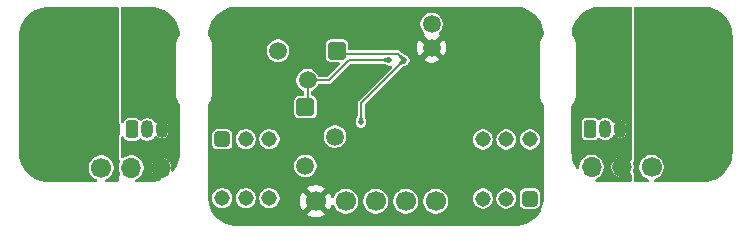
<source format=gbl>
G04 #@! TF.GenerationSoftware,KiCad,Pcbnew,9.0.2*
G04 #@! TF.CreationDate,2025-06-25T23:25:14-06:00*
G04 #@! TF.ProjectId,TurnSignal,5475726e-5369-4676-9e61-6c2e6b696361,rev?*
G04 #@! TF.SameCoordinates,Original*
G04 #@! TF.FileFunction,Copper,L2,Bot*
G04 #@! TF.FilePolarity,Positive*
%FSLAX46Y46*%
G04 Gerber Fmt 4.6, Leading zero omitted, Abs format (unit mm)*
G04 Created by KiCad (PCBNEW 9.0.2) date 2025-06-25 23:25:14*
%MOMM*%
%LPD*%
G01*
G04 APERTURE LIST*
G04 Aperture macros list*
%AMRoundRect*
0 Rectangle with rounded corners*
0 $1 Rounding radius*
0 $2 $3 $4 $5 $6 $7 $8 $9 X,Y pos of 4 corners*
0 Add a 4 corners polygon primitive as box body*
4,1,4,$2,$3,$4,$5,$6,$7,$8,$9,$2,$3,0*
0 Add four circle primitives for the rounded corners*
1,1,$1+$1,$2,$3*
1,1,$1+$1,$4,$5*
1,1,$1+$1,$6,$7*
1,1,$1+$1,$8,$9*
0 Add four rect primitives between the rounded corners*
20,1,$1+$1,$2,$3,$4,$5,0*
20,1,$1+$1,$4,$5,$6,$7,0*
20,1,$1+$1,$6,$7,$8,$9,0*
20,1,$1+$1,$8,$9,$2,$3,0*%
G04 Aperture macros list end*
G04 #@! TA.AperFunction,ComponentPad*
%ADD10RoundRect,0.250000X-0.504000X0.504000X-0.504000X-0.504000X0.504000X-0.504000X0.504000X0.504000X0*%
G04 #@! TD*
G04 #@! TA.AperFunction,ComponentPad*
%ADD11C,1.508000*%
G04 #@! TD*
G04 #@! TA.AperFunction,ComponentPad*
%ADD12RoundRect,0.250000X-0.404000X-0.404000X0.404000X-0.404000X0.404000X0.404000X-0.404000X0.404000X0*%
G04 #@! TD*
G04 #@! TA.AperFunction,ComponentPad*
%ADD13C,1.308000*%
G04 #@! TD*
G04 #@! TA.AperFunction,ComponentPad*
%ADD14RoundRect,0.250000X0.404000X0.404000X-0.404000X0.404000X-0.404000X-0.404000X0.404000X-0.404000X0*%
G04 #@! TD*
G04 #@! TA.AperFunction,ComponentPad*
%ADD15RoundRect,0.250000X0.504000X0.504000X-0.504000X0.504000X-0.504000X-0.504000X0.504000X-0.504000X0*%
G04 #@! TD*
G04 #@! TA.AperFunction,ComponentPad*
%ADD16C,1.700000*%
G04 #@! TD*
G04 #@! TA.AperFunction,ComponentPad*
%ADD17O,1.700000X1.700000*%
G04 #@! TD*
G04 #@! TA.AperFunction,ComponentPad*
%ADD18RoundRect,0.250000X-0.275000X-0.500000X0.275000X-0.500000X0.275000X0.500000X-0.275000X0.500000X0*%
G04 #@! TD*
G04 #@! TA.AperFunction,ComponentPad*
%ADD19O,1.050000X1.500000*%
G04 #@! TD*
G04 #@! TA.AperFunction,ComponentPad*
%ADD20C,1.500000*%
G04 #@! TD*
G04 #@! TA.AperFunction,ViaPad*
%ADD21C,0.600000*%
G04 #@! TD*
G04 #@! TA.AperFunction,ViaPad*
%ADD22C,0.500000*%
G04 #@! TD*
G04 #@! TA.AperFunction,Conductor*
%ADD23C,0.200000*%
G04 #@! TD*
G04 APERTURE END LIST*
D10*
X125080000Y-101939999D03*
D11*
X127580000Y-104439999D03*
X125080000Y-106939999D03*
D12*
X118040000Y-104660000D03*
D13*
X120040000Y-104660000D03*
X122040000Y-104660000D03*
X118040000Y-109660000D03*
X120040000Y-109660000D03*
X122040000Y-109660000D03*
D14*
X144100000Y-109680000D03*
D13*
X142100000Y-109680000D03*
X140100000Y-109680000D03*
X144100000Y-104680000D03*
X142100000Y-104680000D03*
X140100000Y-104680000D03*
D15*
X127770000Y-97170000D03*
D11*
X125270000Y-99670000D03*
X122770000Y-97170000D03*
D16*
X154390000Y-107030000D03*
D17*
X151850000Y-107030000D03*
X149310000Y-107030000D03*
D16*
X136130000Y-109910000D03*
X133590000Y-109910000D03*
X131050000Y-109910000D03*
X128510000Y-109910000D03*
X125970000Y-109910000D03*
X107809999Y-107075000D03*
D17*
X110349999Y-107075000D03*
X112889999Y-107075000D03*
D18*
X110415000Y-103830000D03*
D19*
X111685000Y-103830000D03*
X112955000Y-103830000D03*
D18*
X149200000Y-103800000D03*
D19*
X150470000Y-103800000D03*
X151740000Y-103800000D03*
D20*
X135780000Y-96920000D03*
X135780000Y-94920000D03*
D21*
X124320000Y-109080000D03*
X149610000Y-97400000D03*
X122030000Y-108150000D03*
X138640000Y-97970000D03*
X151910000Y-97080000D03*
X137450000Y-96730000D03*
X112320000Y-99370000D03*
X140410000Y-100140000D03*
X152200000Y-102110000D03*
X149620000Y-99440000D03*
X127430000Y-108650000D03*
X112320000Y-97370000D03*
X112320000Y-95370000D03*
X122030000Y-106410000D03*
X148110000Y-102450000D03*
X149610000Y-95380000D03*
X111625000Y-107890000D03*
X129270000Y-96740000D03*
X113810000Y-104740000D03*
X123540000Y-106420000D03*
X134050000Y-96730000D03*
D22*
X126670000Y-106400000D03*
D21*
X151900000Y-95390000D03*
X152190000Y-100060000D03*
X110320000Y-95370000D03*
X140420000Y-98180000D03*
X112320000Y-101370000D03*
X129760000Y-108640000D03*
X128320000Y-107370000D03*
X110320000Y-97370000D03*
X129810000Y-111320000D03*
X148140000Y-104950000D03*
X110320000Y-99370000D03*
X150470000Y-102130000D03*
D22*
X129780000Y-105230000D03*
X133455000Y-97974999D03*
X129800000Y-103230000D03*
D21*
X101570000Y-102458987D03*
X102570000Y-95458987D03*
X107570000Y-96458987D03*
X104570000Y-104458987D03*
X105570000Y-102458987D03*
X101570000Y-98458987D03*
X102570000Y-102458987D03*
X106570000Y-102458987D03*
X107570000Y-94458987D03*
X103570000Y-103458987D03*
X101570000Y-100458987D03*
X105570000Y-103458987D03*
X103570000Y-105458987D03*
X104570000Y-99458987D03*
X105570000Y-99458987D03*
X104570000Y-96458987D03*
X108570000Y-97458987D03*
X106570000Y-94458987D03*
X106570000Y-95458987D03*
X102570000Y-98458987D03*
X106570000Y-96458987D03*
X102570000Y-96458987D03*
X107570000Y-98458987D03*
X103570000Y-96458987D03*
X102570000Y-101458987D03*
X101570000Y-96458987D03*
X101570000Y-101458987D03*
X106570000Y-103458987D03*
X107570000Y-103458987D03*
X107570000Y-97458987D03*
X104570000Y-102458987D03*
X106570000Y-104458987D03*
X103570000Y-94458987D03*
X107570000Y-104458987D03*
X108570000Y-96458987D03*
X101570000Y-105458987D03*
X102570000Y-97458987D03*
X108570000Y-102458987D03*
X103570000Y-95458987D03*
X103570000Y-104458987D03*
X108570000Y-94458987D03*
X105570000Y-104458987D03*
X101570000Y-106458987D03*
X102570000Y-99458987D03*
X102570000Y-94458987D03*
X105570000Y-95458987D03*
X103570000Y-102458987D03*
X105570000Y-96458987D03*
X107570000Y-95458987D03*
X108570000Y-104458987D03*
X108570000Y-98458987D03*
X101570000Y-95458987D03*
X102570000Y-100458987D03*
X107570000Y-99458987D03*
X102570000Y-104458987D03*
X108570000Y-103458987D03*
X108570000Y-99458987D03*
X101570000Y-97458987D03*
X104570000Y-103458987D03*
X106570000Y-99458987D03*
X104570000Y-94458987D03*
X101570000Y-103458987D03*
X102570000Y-103458987D03*
X101570000Y-99458987D03*
X102570000Y-105458987D03*
X108570000Y-95458987D03*
X103570000Y-99458987D03*
X104570000Y-95458987D03*
X105570000Y-94458987D03*
X107570000Y-102458987D03*
X101570000Y-104458987D03*
D22*
X132180000Y-97974999D03*
D21*
X159735000Y-103448987D03*
X159735000Y-99448987D03*
X156735000Y-99448987D03*
X155735000Y-103448987D03*
X154735000Y-101448987D03*
X157735000Y-96448987D03*
X155735000Y-94448987D03*
X153735000Y-95448987D03*
X154735000Y-96448987D03*
X157735000Y-95448987D03*
X158735000Y-95448987D03*
X159735000Y-101448987D03*
X154735000Y-100448987D03*
X158735000Y-94448987D03*
X155735000Y-99448987D03*
X153735000Y-96448987D03*
X158735000Y-96448987D03*
X159735000Y-98448987D03*
X154735000Y-104448987D03*
X159735000Y-97448987D03*
X157735000Y-102448987D03*
X153735000Y-103448987D03*
X159735000Y-96448987D03*
X154735000Y-99448987D03*
X157735000Y-99448987D03*
X156735000Y-102448987D03*
X158735000Y-105448987D03*
X156735000Y-94448987D03*
X157735000Y-104448987D03*
X158735000Y-99448987D03*
X159735000Y-102448987D03*
X156735000Y-96448987D03*
X154735000Y-94448987D03*
X155735000Y-104448987D03*
X156735000Y-103448987D03*
X159735000Y-100448987D03*
X154735000Y-102448987D03*
X159735000Y-105448987D03*
X157735000Y-94448987D03*
X155735000Y-95448987D03*
X153735000Y-101448987D03*
X157735000Y-103448987D03*
X156735000Y-95448987D03*
X155735000Y-96448987D03*
X153735000Y-94448987D03*
X158735000Y-102448987D03*
X153735000Y-104448987D03*
X155735000Y-102448987D03*
X159735000Y-95448987D03*
X154735000Y-95448987D03*
X153740000Y-99460000D03*
X158735000Y-104448987D03*
X159735000Y-94448987D03*
X153735000Y-102448987D03*
X154735000Y-103448987D03*
X158735000Y-103448987D03*
X153735000Y-100448987D03*
X159735000Y-104448987D03*
X156735000Y-104448987D03*
D23*
X132910001Y-97430000D02*
X132414233Y-97430000D01*
X129800000Y-103230000D02*
X129800000Y-101629999D01*
X132414233Y-97430000D02*
X132408232Y-97423999D01*
X128030000Y-97430000D02*
X127770000Y-97170000D01*
X131945767Y-97430000D02*
X128030000Y-97430000D01*
X133455000Y-97974999D02*
X132910001Y-97430000D01*
X132408232Y-97423999D02*
X131951768Y-97423999D01*
X129800000Y-101629999D02*
X133455000Y-97974999D01*
X131951768Y-97423999D02*
X131945767Y-97430000D01*
X125270000Y-99670000D02*
X125270000Y-101749999D01*
X132180000Y-97974999D02*
X128765001Y-97974999D01*
X127070000Y-99670000D02*
X125270000Y-99670000D01*
X125270000Y-101749999D02*
X125080000Y-101939999D01*
X128765001Y-97974999D02*
X127070000Y-99670000D01*
G04 #@! TA.AperFunction,Conductor*
G36*
X158763736Y-93430726D02*
G01*
X159053796Y-93448271D01*
X159068659Y-93450076D01*
X159350798Y-93501780D01*
X159365335Y-93505363D01*
X159639172Y-93590695D01*
X159653163Y-93596000D01*
X159914743Y-93713727D01*
X159927989Y-93720680D01*
X160173465Y-93869075D01*
X160185776Y-93877573D01*
X160227907Y-93910580D01*
X160411573Y-94054473D01*
X160422781Y-94064403D01*
X160625596Y-94267218D01*
X160635526Y-94278426D01*
X160755481Y-94431538D01*
X160812422Y-94504217D01*
X160820928Y-94516540D01*
X160969316Y-94762004D01*
X160976275Y-94775263D01*
X161093997Y-95036831D01*
X161099306Y-95050832D01*
X161184635Y-95324663D01*
X161188219Y-95339201D01*
X161239923Y-95621340D01*
X161241728Y-95636205D01*
X161259274Y-95926263D01*
X161259500Y-95933750D01*
X161259500Y-105776249D01*
X161259274Y-105783736D01*
X161241728Y-106073794D01*
X161239923Y-106088659D01*
X161188219Y-106370798D01*
X161184635Y-106385336D01*
X161099306Y-106659167D01*
X161093997Y-106673168D01*
X160976275Y-106934736D01*
X160969316Y-106947995D01*
X160820928Y-107193459D01*
X160812422Y-107205782D01*
X160635526Y-107431573D01*
X160625596Y-107442781D01*
X160422781Y-107645596D01*
X160411573Y-107655526D01*
X160185782Y-107832422D01*
X160173459Y-107840928D01*
X159927995Y-107989316D01*
X159914736Y-107996275D01*
X159653168Y-108113997D01*
X159639167Y-108119306D01*
X159365336Y-108204635D01*
X159350798Y-108208219D01*
X159068659Y-108259923D01*
X159053794Y-108261728D01*
X158763736Y-108279274D01*
X158756249Y-108279500D01*
X154741919Y-108279500D01*
X154674880Y-108259815D01*
X154629125Y-108207011D01*
X154619181Y-108137853D01*
X154648206Y-108074297D01*
X154694466Y-108040939D01*
X154696418Y-108040130D01*
X154696420Y-108040130D01*
X154887598Y-107960941D01*
X155059655Y-107845977D01*
X155205977Y-107699655D01*
X155320941Y-107527598D01*
X155400130Y-107336420D01*
X155440500Y-107133465D01*
X155440500Y-106926535D01*
X155400130Y-106723580D01*
X155320941Y-106532402D01*
X155205977Y-106360345D01*
X155205975Y-106360342D01*
X155059657Y-106214024D01*
X154927471Y-106125701D01*
X154887598Y-106099059D01*
X154886405Y-106098565D01*
X154696420Y-106019870D01*
X154696412Y-106019868D01*
X154493469Y-105979500D01*
X154493465Y-105979500D01*
X154286535Y-105979500D01*
X154286530Y-105979500D01*
X154083587Y-106019868D01*
X154083579Y-106019870D01*
X153892403Y-106099058D01*
X153720342Y-106214024D01*
X153574024Y-106360342D01*
X153459058Y-106532403D01*
X153379870Y-106723579D01*
X153379868Y-106723587D01*
X153339500Y-106926530D01*
X153339500Y-107133469D01*
X153379868Y-107336412D01*
X153379870Y-107336420D01*
X153459058Y-107527596D01*
X153574024Y-107699657D01*
X153720342Y-107845975D01*
X153720345Y-107845977D01*
X153892402Y-107960941D01*
X154083580Y-108040130D01*
X154083581Y-108040130D01*
X154085534Y-108040939D01*
X154139937Y-108084780D01*
X154162002Y-108151074D01*
X154144723Y-108218773D01*
X154093586Y-108266384D01*
X154038081Y-108279500D01*
X153039500Y-108279500D01*
X152972461Y-108259815D01*
X152926706Y-108207011D01*
X152915500Y-108155500D01*
X152915500Y-107671441D01*
X152915491Y-107670983D01*
X152915369Y-107664109D01*
X152915053Y-107655263D01*
X152902227Y-107590784D01*
X152877810Y-107525320D01*
X152871858Y-107511926D01*
X152867604Y-107502352D01*
X152867602Y-107502349D01*
X152865394Y-107499748D01*
X152864007Y-107496628D01*
X152862884Y-107494840D01*
X152863141Y-107494678D01*
X152837019Y-107435900D01*
X152845370Y-107372051D01*
X152860130Y-107336420D01*
X152900500Y-107133465D01*
X152900500Y-106926535D01*
X152860130Y-106723580D01*
X152844774Y-106686508D01*
X152837304Y-106617039D01*
X152851112Y-106578525D01*
X152887490Y-106513492D01*
X152907175Y-106446453D01*
X152915500Y-106388555D01*
X152915500Y-93554500D01*
X152935185Y-93487461D01*
X152987989Y-93441706D01*
X153039500Y-93430500D01*
X158694108Y-93430500D01*
X158756249Y-93430500D01*
X158763736Y-93430726D01*
G37*
G04 #@! TD.AperFunction*
G04 #@! TA.AperFunction,Conductor*
G36*
X152653039Y-93450185D02*
G01*
X152698794Y-93502989D01*
X152710000Y-93554500D01*
X152710000Y-106388555D01*
X152690315Y-106455594D01*
X152637511Y-106501349D01*
X152568353Y-106511293D01*
X152504797Y-106482268D01*
X152498319Y-106476236D01*
X152391847Y-106369764D01*
X152391839Y-106369758D01*
X152252628Y-106276740D01*
X152097936Y-106212665D01*
X152097928Y-106212663D01*
X151933721Y-106180000D01*
X151766279Y-106180000D01*
X151602071Y-106212663D01*
X151602063Y-106212665D01*
X151447372Y-106276740D01*
X151447371Y-106276740D01*
X151308160Y-106369758D01*
X151308152Y-106369764D01*
X151189764Y-106488152D01*
X151189758Y-106488160D01*
X151096740Y-106627371D01*
X151096740Y-106627372D01*
X151032665Y-106782063D01*
X151032663Y-106782071D01*
X151000000Y-106946277D01*
X151000000Y-107113722D01*
X151032663Y-107277928D01*
X151032665Y-107277936D01*
X151096740Y-107432627D01*
X151096740Y-107432628D01*
X151189758Y-107571839D01*
X151189764Y-107571847D01*
X151308152Y-107690235D01*
X151308160Y-107690241D01*
X151447371Y-107783259D01*
X151602063Y-107847334D01*
X151602071Y-107847336D01*
X151766277Y-107879999D01*
X151766280Y-107880000D01*
X151933720Y-107880000D01*
X151933722Y-107879999D01*
X152097928Y-107847336D01*
X152097936Y-107847334D01*
X152252627Y-107783259D01*
X152252628Y-107783259D01*
X152391839Y-107690241D01*
X152391847Y-107690235D01*
X152498319Y-107583764D01*
X152559642Y-107550279D01*
X152629334Y-107555263D01*
X152685267Y-107597135D01*
X152709684Y-107662599D01*
X152710000Y-107671445D01*
X152710000Y-108155500D01*
X152690315Y-108222539D01*
X152637511Y-108268294D01*
X152586000Y-108279500D01*
X150113751Y-108279500D01*
X150106264Y-108279274D01*
X149816205Y-108261728D01*
X149801341Y-108259923D01*
X149718553Y-108244752D01*
X149656160Y-108213306D01*
X149620672Y-108153120D01*
X149623357Y-108083302D01*
X149663363Y-108026019D01*
X149693452Y-108008222D01*
X149807594Y-107960943D01*
X149807595Y-107960942D01*
X149807598Y-107960941D01*
X149979655Y-107845977D01*
X150125977Y-107699655D01*
X150240941Y-107527598D01*
X150320130Y-107336420D01*
X150360500Y-107133465D01*
X150360500Y-106926535D01*
X150320130Y-106723580D01*
X150240941Y-106532402D01*
X150125977Y-106360345D01*
X150125975Y-106360342D01*
X149979657Y-106214024D01*
X149893626Y-106156541D01*
X149807598Y-106099059D01*
X149782490Y-106088659D01*
X149616420Y-106019870D01*
X149616412Y-106019868D01*
X149413469Y-105979500D01*
X149413465Y-105979500D01*
X149206535Y-105979500D01*
X149206530Y-105979500D01*
X149003587Y-106019868D01*
X149003579Y-106019870D01*
X148812403Y-106099058D01*
X148640342Y-106214024D01*
X148494024Y-106360342D01*
X148379058Y-106532403D01*
X148299870Y-106723579D01*
X148299868Y-106723587D01*
X148259500Y-106926530D01*
X148259500Y-107096740D01*
X148259001Y-107098436D01*
X148259453Y-107100145D01*
X148249197Y-107131826D01*
X148239815Y-107163779D01*
X148238479Y-107164936D01*
X148237935Y-107166618D01*
X148212171Y-107187731D01*
X148187011Y-107209534D01*
X148185262Y-107209785D01*
X148183895Y-107210906D01*
X148150814Y-107214738D01*
X148117853Y-107219478D01*
X148116245Y-107218743D01*
X148114490Y-107218947D01*
X148084599Y-107204291D01*
X148054297Y-107190453D01*
X148052834Y-107188717D01*
X148051755Y-107188188D01*
X148029383Y-107160890D01*
X147990603Y-107096740D01*
X147900680Y-106947989D01*
X147893727Y-106934743D01*
X147776000Y-106673163D01*
X147770693Y-106659167D01*
X147760785Y-106627372D01*
X147685363Y-106385335D01*
X147681780Y-106370798D01*
X147630076Y-106088659D01*
X147628271Y-106073794D01*
X147610726Y-105783736D01*
X147610500Y-105776249D01*
X147610500Y-103245730D01*
X148474500Y-103245730D01*
X148474500Y-104354269D01*
X148477353Y-104384699D01*
X148477353Y-104384701D01*
X148513318Y-104487479D01*
X148522207Y-104512882D01*
X148602850Y-104622150D01*
X148712118Y-104702793D01*
X148754845Y-104717744D01*
X148840299Y-104747646D01*
X148870730Y-104750500D01*
X148870734Y-104750500D01*
X149529270Y-104750500D01*
X149559699Y-104747646D01*
X149559701Y-104747646D01*
X149631225Y-104722618D01*
X149687882Y-104702793D01*
X149797150Y-104622150D01*
X149815194Y-104597700D01*
X149870837Y-104555452D01*
X149940493Y-104549993D01*
X150002043Y-104583059D01*
X150002643Y-104583655D01*
X150007517Y-104588529D01*
X150007521Y-104588532D01*
X150126340Y-104667925D01*
X150126346Y-104667928D01*
X150126347Y-104667929D01*
X150258380Y-104722619D01*
X150258384Y-104722619D01*
X150258385Y-104722620D01*
X150398542Y-104750500D01*
X150398545Y-104750500D01*
X150541457Y-104750500D01*
X150635751Y-104731742D01*
X150681620Y-104722619D01*
X150813653Y-104667929D01*
X150932479Y-104588532D01*
X151033532Y-104487479D01*
X151112929Y-104368653D01*
X151112934Y-104368639D01*
X151113948Y-104366744D01*
X151114752Y-104365924D01*
X151116314Y-104363588D01*
X151116756Y-104363883D01*
X151162904Y-104316893D01*
X151231039Y-104301423D01*
X151296722Y-104325245D01*
X151313795Y-104341963D01*
X151314149Y-104341610D01*
X151417640Y-104445101D01*
X151417643Y-104445103D01*
X151537356Y-104514220D01*
X151670885Y-104550000D01*
X151809115Y-104550000D01*
X151942643Y-104514220D01*
X152062356Y-104445103D01*
X152062359Y-104445101D01*
X152160101Y-104347359D01*
X152160103Y-104347356D01*
X152229220Y-104227643D01*
X152265000Y-104094115D01*
X152265000Y-103505884D01*
X152229220Y-103372356D01*
X152160103Y-103252643D01*
X152160101Y-103252640D01*
X152062359Y-103154898D01*
X152062356Y-103154896D01*
X151942643Y-103085779D01*
X151809115Y-103050000D01*
X151670885Y-103050000D01*
X151537356Y-103085779D01*
X151417643Y-103154896D01*
X151417640Y-103154898D01*
X151314149Y-103258390D01*
X151312660Y-103256901D01*
X151265248Y-103291511D01*
X151195502Y-103295657D01*
X151134586Y-103261437D01*
X151113952Y-103233261D01*
X151112927Y-103231343D01*
X151033532Y-103112521D01*
X151033529Y-103112517D01*
X150932482Y-103011470D01*
X150932478Y-103011467D01*
X150813659Y-102932074D01*
X150813650Y-102932069D01*
X150681620Y-102877381D01*
X150681614Y-102877379D01*
X150541457Y-102849500D01*
X150541455Y-102849500D01*
X150398545Y-102849500D01*
X150398543Y-102849500D01*
X150258385Y-102877379D01*
X150258379Y-102877381D01*
X150126349Y-102932069D01*
X150126340Y-102932074D01*
X150007521Y-103011467D01*
X150007514Y-103011472D01*
X150002638Y-103016349D01*
X149941313Y-103049831D01*
X149871622Y-103044842D01*
X149815691Y-103002968D01*
X149815192Y-103002296D01*
X149797151Y-102977851D01*
X149735118Y-102932069D01*
X149687882Y-102897207D01*
X149687880Y-102897206D01*
X149559700Y-102852353D01*
X149529270Y-102849500D01*
X149529266Y-102849500D01*
X148870734Y-102849500D01*
X148870730Y-102849500D01*
X148840300Y-102852353D01*
X148840298Y-102852353D01*
X148712119Y-102897206D01*
X148712117Y-102897207D01*
X148602850Y-102977850D01*
X148522207Y-103087117D01*
X148522206Y-103087119D01*
X148477353Y-103215298D01*
X148477353Y-103215300D01*
X148474500Y-103245730D01*
X147610500Y-103245730D01*
X147610500Y-101839383D01*
X147630185Y-101772344D01*
X147642673Y-101756053D01*
X147676875Y-101718367D01*
X147807774Y-101519920D01*
X147906716Y-101303758D01*
X147971364Y-101074986D01*
X148000191Y-100839010D01*
X147992515Y-100601404D01*
X147982142Y-100546322D01*
X147980000Y-100523374D01*
X147980000Y-96775521D01*
X147973584Y-96749004D01*
X147955304Y-96526718D01*
X147898617Y-96294532D01*
X147806231Y-96074102D01*
X147680432Y-95870881D01*
X147680431Y-95870880D01*
X147680430Y-95870878D01*
X147651342Y-95837153D01*
X147638988Y-95809936D01*
X147624371Y-95783853D01*
X147623753Y-95776374D01*
X147622463Y-95773531D01*
X147621467Y-95748678D01*
X147625024Y-95689891D01*
X147628271Y-95636200D01*
X147630076Y-95621340D01*
X147639448Y-95570202D01*
X147681780Y-95339197D01*
X147685364Y-95324663D01*
X147762096Y-95078422D01*
X147770696Y-95050822D01*
X147775998Y-95036841D01*
X147893731Y-94775249D01*
X147900676Y-94762016D01*
X148049080Y-94516526D01*
X148057567Y-94504230D01*
X148234480Y-94278417D01*
X148244395Y-94267226D01*
X148447226Y-94064395D01*
X148458417Y-94054480D01*
X148684230Y-93877567D01*
X148696526Y-93869080D01*
X148942016Y-93720676D01*
X148955249Y-93713731D01*
X149216841Y-93595998D01*
X149230822Y-93590696D01*
X149504668Y-93505362D01*
X149519197Y-93501780D01*
X149801344Y-93450075D01*
X149816201Y-93448271D01*
X150106264Y-93430726D01*
X150113751Y-93430500D01*
X152586000Y-93430500D01*
X152653039Y-93450185D01*
G37*
G04 #@! TD.AperFunction*
G04 #@! TA.AperFunction,Conductor*
G36*
X109207539Y-93460185D02*
G01*
X109253294Y-93512989D01*
X109264500Y-93564500D01*
X109264500Y-103150939D01*
X109271412Y-103203791D01*
X109271412Y-103203792D01*
X109286424Y-103260199D01*
X109287814Y-103265422D01*
X109293859Y-103284390D01*
X109344087Y-103360819D01*
X109381874Y-103397095D01*
X109416603Y-103457722D01*
X109420000Y-103486546D01*
X109420000Y-104173858D01*
X109400315Y-104240897D01*
X109377204Y-104267570D01*
X109355106Y-104286718D01*
X109337160Y-104304301D01*
X109337154Y-104304308D01*
X109292511Y-104384118D01*
X109292509Y-104384123D01*
X109272826Y-104451155D01*
X109264500Y-104509062D01*
X109264500Y-106170007D01*
X109264631Y-106177335D01*
X109264947Y-106186184D01*
X109264947Y-106186190D01*
X109277772Y-106250662D01*
X109302188Y-106316124D01*
X109312395Y-106339096D01*
X109312397Y-106339099D01*
X109347791Y-106380798D01*
X109371579Y-106408824D01*
X109371585Y-106408828D01*
X109375787Y-106412781D01*
X109377203Y-106413428D01*
X109393790Y-106439238D01*
X109412181Y-106463804D01*
X109413197Y-106469436D01*
X109414977Y-106472206D01*
X109420000Y-106507141D01*
X109420000Y-106550461D01*
X109410561Y-106597914D01*
X109339869Y-106768579D01*
X109339867Y-106768587D01*
X109299499Y-106971530D01*
X109299499Y-107178469D01*
X109339867Y-107381412D01*
X109339869Y-107381420D01*
X109410561Y-107552085D01*
X109412187Y-107560262D01*
X109414977Y-107564603D01*
X109420000Y-107599538D01*
X109420000Y-107644795D01*
X109400315Y-107711834D01*
X109377204Y-107738507D01*
X109355106Y-107757655D01*
X109337160Y-107775238D01*
X109337154Y-107775245D01*
X109292511Y-107855055D01*
X109292509Y-107855060D01*
X109272826Y-107922092D01*
X109272825Y-107922097D01*
X109272825Y-107922098D01*
X109267809Y-107956987D01*
X109264500Y-107979999D01*
X109264500Y-108165500D01*
X109244815Y-108232539D01*
X109192011Y-108278294D01*
X109140500Y-108289500D01*
X108246416Y-108289500D01*
X108179377Y-108269815D01*
X108133622Y-108217011D01*
X108123678Y-108147853D01*
X108152703Y-108084297D01*
X108198963Y-108050939D01*
X108307595Y-108005942D01*
X108307595Y-108005941D01*
X108307597Y-108005941D01*
X108479654Y-107890977D01*
X108625976Y-107744655D01*
X108740940Y-107572598D01*
X108820129Y-107381420D01*
X108860499Y-107178465D01*
X108860499Y-106971535D01*
X108820129Y-106768580D01*
X108740940Y-106577402D01*
X108625976Y-106405345D01*
X108625974Y-106405342D01*
X108479656Y-106259024D01*
X108346431Y-106170007D01*
X108307597Y-106144059D01*
X108257794Y-106123430D01*
X108116419Y-106064870D01*
X108116411Y-106064868D01*
X107913468Y-106024500D01*
X107913464Y-106024500D01*
X107706534Y-106024500D01*
X107706529Y-106024500D01*
X107503586Y-106064868D01*
X107503578Y-106064870D01*
X107312402Y-106144058D01*
X107140341Y-106259024D01*
X106994023Y-106405342D01*
X106879057Y-106577403D01*
X106799869Y-106768579D01*
X106799867Y-106768587D01*
X106759499Y-106971530D01*
X106759499Y-107178469D01*
X106799643Y-107380284D01*
X106799869Y-107381420D01*
X106879058Y-107572598D01*
X106881071Y-107575610D01*
X106994023Y-107744657D01*
X107140341Y-107890975D01*
X107312402Y-108005942D01*
X107421035Y-108050939D01*
X107475438Y-108094780D01*
X107497503Y-108161074D01*
X107480224Y-108228774D01*
X107429086Y-108276384D01*
X107373582Y-108289500D01*
X103348751Y-108289500D01*
X103341264Y-108289274D01*
X103051205Y-108271728D01*
X103036340Y-108269923D01*
X102754201Y-108218219D01*
X102739663Y-108214635D01*
X102465832Y-108129306D01*
X102451831Y-108123997D01*
X102190263Y-108006275D01*
X102177004Y-107999316D01*
X101931540Y-107850928D01*
X101919217Y-107842422D01*
X101915385Y-107839420D01*
X101693426Y-107665526D01*
X101682218Y-107655596D01*
X101479403Y-107452781D01*
X101469473Y-107441573D01*
X101421456Y-107380284D01*
X101292573Y-107215776D01*
X101284075Y-107203465D01*
X101135680Y-106957989D01*
X101128727Y-106944743D01*
X101011000Y-106683163D01*
X101005693Y-106669167D01*
X100943454Y-106469436D01*
X100920363Y-106395335D01*
X100916780Y-106380798D01*
X100878151Y-106170007D01*
X100865075Y-106098657D01*
X100863271Y-106083794D01*
X100859684Y-106024500D01*
X100845726Y-105793736D01*
X100845500Y-105786249D01*
X100845500Y-95943750D01*
X100845726Y-95936263D01*
X100863271Y-95646205D01*
X100865076Y-95631340D01*
X100916780Y-95349201D01*
X100920364Y-95334663D01*
X100927377Y-95312159D01*
X101005696Y-95060822D01*
X101010998Y-95046841D01*
X101128731Y-94785249D01*
X101135676Y-94772016D01*
X101284080Y-94526526D01*
X101292567Y-94514230D01*
X101469480Y-94288417D01*
X101479395Y-94277226D01*
X101682226Y-94074395D01*
X101693417Y-94064480D01*
X101919230Y-93887567D01*
X101931526Y-93879080D01*
X102177016Y-93730676D01*
X102190249Y-93723731D01*
X102451841Y-93605998D01*
X102465822Y-93600696D01*
X102739668Y-93515362D01*
X102754197Y-93511780D01*
X103036344Y-93460075D01*
X103051201Y-93458271D01*
X103341264Y-93440726D01*
X103348751Y-93440500D01*
X103410892Y-93440500D01*
X109140500Y-93440500D01*
X109207539Y-93460185D01*
G37*
G04 #@! TD.AperFunction*
G04 #@! TA.AperFunction,Conductor*
G36*
X111998736Y-93440726D02*
G01*
X112288796Y-93458271D01*
X112303659Y-93460076D01*
X112585798Y-93511780D01*
X112600335Y-93515363D01*
X112874172Y-93600695D01*
X112888163Y-93606000D01*
X113149743Y-93723727D01*
X113162989Y-93730680D01*
X113408465Y-93879075D01*
X113420776Y-93887573D01*
X113646573Y-94064473D01*
X113657781Y-94074403D01*
X113860596Y-94277218D01*
X113870526Y-94288426D01*
X113990481Y-94441538D01*
X114047422Y-94514217D01*
X114055928Y-94526540D01*
X114204316Y-94772004D01*
X114211275Y-94785263D01*
X114328997Y-95046831D01*
X114334306Y-95060832D01*
X114419635Y-95334663D01*
X114423219Y-95349201D01*
X114474923Y-95631340D01*
X114476728Y-95646206D01*
X114483725Y-95761892D01*
X114468123Y-95829997D01*
X114455706Y-95848163D01*
X114423189Y-95887683D01*
X114302762Y-96092065D01*
X114302760Y-96092069D01*
X114215566Y-96312678D01*
X114163717Y-96544160D01*
X114163716Y-96544165D01*
X114148474Y-96780897D01*
X114159478Y-96900466D01*
X114160000Y-96911829D01*
X114160000Y-100495043D01*
X114158336Y-100515292D01*
X114157638Y-100519504D01*
X114137077Y-100758554D01*
X114137077Y-100758563D01*
X114154066Y-100997888D01*
X114154067Y-100997894D01*
X114208192Y-101231632D01*
X114208193Y-101231636D01*
X114208194Y-101231637D01*
X114275785Y-101398808D01*
X114298131Y-101454074D01*
X114298134Y-101454081D01*
X114313167Y-101479108D01*
X114421676Y-101659759D01*
X114421678Y-101659761D01*
X114421681Y-101659766D01*
X114465533Y-101712085D01*
X114493511Y-101776108D01*
X114494500Y-101791738D01*
X114494500Y-105786249D01*
X114494274Y-105793736D01*
X114476728Y-106083794D01*
X114474923Y-106098659D01*
X114423219Y-106380798D01*
X114419635Y-106395336D01*
X114334306Y-106669167D01*
X114328997Y-106683168D01*
X114211275Y-106944736D01*
X114204316Y-106957995D01*
X114055928Y-107203459D01*
X114047422Y-107215782D01*
X113940839Y-107351825D01*
X113883999Y-107392458D01*
X113814214Y-107395910D01*
X113753642Y-107361086D01*
X113721512Y-107299042D01*
X113721611Y-107251160D01*
X113739999Y-107158720D01*
X113739999Y-106991279D01*
X113739998Y-106991277D01*
X113707335Y-106827071D01*
X113707333Y-106827063D01*
X113643258Y-106672372D01*
X113643258Y-106672371D01*
X113550240Y-106533160D01*
X113550234Y-106533152D01*
X113431846Y-106414764D01*
X113431838Y-106414758D01*
X113292627Y-106321740D01*
X113137935Y-106257665D01*
X113137927Y-106257663D01*
X112973720Y-106225000D01*
X112806278Y-106225000D01*
X112642070Y-106257663D01*
X112642062Y-106257665D01*
X112487371Y-106321740D01*
X112487370Y-106321740D01*
X112348159Y-106414758D01*
X112348151Y-106414764D01*
X112229763Y-106533152D01*
X112229757Y-106533160D01*
X112136739Y-106672371D01*
X112136739Y-106672372D01*
X112072664Y-106827063D01*
X112072662Y-106827071D01*
X112039999Y-106991277D01*
X112039999Y-107158722D01*
X112072662Y-107322928D01*
X112072664Y-107322936D01*
X112136739Y-107477627D01*
X112136739Y-107477628D01*
X112229757Y-107616839D01*
X112229763Y-107616847D01*
X112348151Y-107735235D01*
X112348159Y-107735241D01*
X112487370Y-107828259D01*
X112642062Y-107892334D01*
X112642070Y-107892336D01*
X112770045Y-107917793D01*
X112774169Y-107919950D01*
X112778824Y-107919874D01*
X112804839Y-107935993D01*
X112831956Y-107950178D01*
X112834259Y-107954222D01*
X112838217Y-107956675D01*
X112851389Y-107984304D01*
X112866531Y-108010894D01*
X112866281Y-108015541D01*
X112868285Y-108019743D01*
X112864429Y-108050102D01*
X112862791Y-108080663D01*
X112860068Y-108084438D01*
X112859482Y-108089056D01*
X112839822Y-108112513D01*
X112821924Y-108137335D01*
X112816762Y-108140030D01*
X112814603Y-108142607D01*
X112782748Y-108157793D01*
X112600336Y-108214636D01*
X112585798Y-108218219D01*
X112303659Y-108269923D01*
X112288794Y-108271728D01*
X111998736Y-108289274D01*
X111991249Y-108289500D01*
X110786416Y-108289500D01*
X110719377Y-108269815D01*
X110673622Y-108217011D01*
X110663678Y-108147853D01*
X110692703Y-108084297D01*
X110738963Y-108050939D01*
X110847595Y-108005942D01*
X110847595Y-108005941D01*
X110847597Y-108005941D01*
X111019654Y-107890977D01*
X111165976Y-107744655D01*
X111280940Y-107572598D01*
X111360129Y-107381420D01*
X111400499Y-107178465D01*
X111400499Y-106971535D01*
X111360129Y-106768580D01*
X111280940Y-106577402D01*
X111165976Y-106405345D01*
X111165974Y-106405342D01*
X111019656Y-106259024D01*
X110899666Y-106178850D01*
X110847597Y-106144059D01*
X110737992Y-106098659D01*
X110656419Y-106064870D01*
X110656411Y-106064868D01*
X110453468Y-106024500D01*
X110453464Y-106024500D01*
X110246534Y-106024500D01*
X110246529Y-106024500D01*
X110043586Y-106064868D01*
X110043578Y-106064870D01*
X109852402Y-106144058D01*
X109680341Y-106259024D01*
X109675634Y-106262888D01*
X109674556Y-106261575D01*
X109620358Y-106291170D01*
X109550666Y-106286186D01*
X109494733Y-106244314D01*
X109470316Y-106178850D01*
X109470000Y-106170004D01*
X109470000Y-104509059D01*
X109489685Y-104442020D01*
X109542489Y-104396265D01*
X109611647Y-104386321D01*
X109675203Y-104415346D01*
X109711041Y-104468104D01*
X109721517Y-104498044D01*
X109737207Y-104542882D01*
X109817850Y-104652150D01*
X109927118Y-104732793D01*
X109969845Y-104747744D01*
X110055299Y-104777646D01*
X110085730Y-104780500D01*
X110085734Y-104780500D01*
X110744270Y-104780500D01*
X110774699Y-104777646D01*
X110774701Y-104777646D01*
X110846225Y-104752618D01*
X110902882Y-104732793D01*
X111012150Y-104652150D01*
X111030194Y-104627700D01*
X111085837Y-104585452D01*
X111155493Y-104579993D01*
X111217043Y-104613059D01*
X111217643Y-104613655D01*
X111222517Y-104618529D01*
X111222521Y-104618532D01*
X111341340Y-104697925D01*
X111341346Y-104697928D01*
X111341347Y-104697929D01*
X111473380Y-104752619D01*
X111473384Y-104752619D01*
X111473385Y-104752620D01*
X111613542Y-104780500D01*
X111613545Y-104780500D01*
X111756457Y-104780500D01*
X111850751Y-104761742D01*
X111896620Y-104752619D01*
X112028653Y-104697929D01*
X112147479Y-104618532D01*
X112248532Y-104517479D01*
X112327929Y-104398653D01*
X112327934Y-104398639D01*
X112328948Y-104396744D01*
X112329752Y-104395924D01*
X112331314Y-104393588D01*
X112331756Y-104393883D01*
X112377904Y-104346893D01*
X112446039Y-104331423D01*
X112511722Y-104355245D01*
X112528795Y-104371963D01*
X112529149Y-104371610D01*
X112632640Y-104475101D01*
X112632643Y-104475103D01*
X112752356Y-104544220D01*
X112885885Y-104580000D01*
X113024115Y-104580000D01*
X113157643Y-104544220D01*
X113277356Y-104475103D01*
X113277359Y-104475101D01*
X113375101Y-104377359D01*
X113375103Y-104377356D01*
X113444220Y-104257643D01*
X113480000Y-104124115D01*
X113480000Y-103535884D01*
X113444220Y-103402356D01*
X113375103Y-103282643D01*
X113375101Y-103282640D01*
X113277359Y-103184898D01*
X113277356Y-103184896D01*
X113157643Y-103115779D01*
X113024115Y-103080000D01*
X112885885Y-103080000D01*
X112752356Y-103115779D01*
X112632643Y-103184896D01*
X112632640Y-103184898D01*
X112529149Y-103288390D01*
X112527660Y-103286901D01*
X112480248Y-103321511D01*
X112410502Y-103325657D01*
X112349586Y-103291437D01*
X112328952Y-103263261D01*
X112327927Y-103261343D01*
X112248532Y-103142521D01*
X112248529Y-103142517D01*
X112147482Y-103041470D01*
X112147478Y-103041467D01*
X112028659Y-102962074D01*
X112028650Y-102962069D01*
X111896620Y-102907381D01*
X111896614Y-102907379D01*
X111756457Y-102879500D01*
X111756455Y-102879500D01*
X111613545Y-102879500D01*
X111613543Y-102879500D01*
X111473385Y-102907379D01*
X111473379Y-102907381D01*
X111341349Y-102962069D01*
X111341340Y-102962074D01*
X111222521Y-103041467D01*
X111222514Y-103041472D01*
X111217638Y-103046349D01*
X111156313Y-103079831D01*
X111086622Y-103074842D01*
X111030691Y-103032968D01*
X111030192Y-103032296D01*
X111012151Y-103007851D01*
X110950118Y-102962069D01*
X110902882Y-102927207D01*
X110902880Y-102927206D01*
X110774700Y-102882353D01*
X110744270Y-102879500D01*
X110744266Y-102879500D01*
X110085734Y-102879500D01*
X110085730Y-102879500D01*
X110055300Y-102882353D01*
X110055298Y-102882353D01*
X109927119Y-102927206D01*
X109927117Y-102927207D01*
X109817850Y-103007850D01*
X109737207Y-103117117D01*
X109737206Y-103117119D01*
X109711041Y-103191895D01*
X109670319Y-103248671D01*
X109605366Y-103274418D01*
X109536805Y-103260961D01*
X109486402Y-103212574D01*
X109470000Y-103150940D01*
X109470000Y-93564500D01*
X109489685Y-93497461D01*
X109542489Y-93451706D01*
X109594000Y-93440500D01*
X111929108Y-93440500D01*
X111991249Y-93440500D01*
X111998736Y-93440726D01*
G37*
G04 #@! TD.AperFunction*
G04 #@! TA.AperFunction,Conductor*
G36*
X142803736Y-93430726D02*
G01*
X143093796Y-93448271D01*
X143108659Y-93450076D01*
X143390798Y-93501780D01*
X143405335Y-93505363D01*
X143679172Y-93590695D01*
X143693163Y-93596000D01*
X143954743Y-93713727D01*
X143967989Y-93720680D01*
X144213465Y-93869075D01*
X144225776Y-93877573D01*
X144389736Y-94006027D01*
X144451573Y-94054473D01*
X144462781Y-94064403D01*
X144665596Y-94267218D01*
X144675526Y-94278426D01*
X144795481Y-94431538D01*
X144852422Y-94504217D01*
X144860926Y-94516537D01*
X145009314Y-94762000D01*
X145009316Y-94762004D01*
X145016275Y-94775263D01*
X145133997Y-95036831D01*
X145139306Y-95050832D01*
X145224635Y-95324663D01*
X145228219Y-95339201D01*
X145279923Y-95621340D01*
X145281728Y-95636204D01*
X145288532Y-95748678D01*
X145272931Y-95816784D01*
X145258657Y-95837153D01*
X145229573Y-95870873D01*
X145229570Y-95870877D01*
X145229569Y-95870879D01*
X145219166Y-95887685D01*
X145103771Y-96074097D01*
X145011383Y-96294530D01*
X144954695Y-96526715D01*
X144935106Y-96764920D01*
X144939648Y-96825055D01*
X144940000Y-96834392D01*
X144940000Y-100470274D01*
X144937858Y-100493222D01*
X144917484Y-100601404D01*
X144909809Y-100839010D01*
X144909809Y-100839014D01*
X144938636Y-101074989D01*
X145003284Y-101303758D01*
X145003286Y-101303763D01*
X145076389Y-101463473D01*
X145102226Y-101519920D01*
X145233125Y-101718367D01*
X145267324Y-101756051D01*
X145297800Y-101818922D01*
X145299500Y-101839383D01*
X145299500Y-109526249D01*
X145299274Y-109533736D01*
X145281728Y-109823794D01*
X145279923Y-109838659D01*
X145228219Y-110120798D01*
X145224635Y-110135336D01*
X145139306Y-110409167D01*
X145133997Y-110423168D01*
X145016275Y-110684736D01*
X145009316Y-110697995D01*
X144860928Y-110943459D01*
X144852422Y-110955782D01*
X144675526Y-111181573D01*
X144665596Y-111192781D01*
X144462781Y-111395596D01*
X144451573Y-111405526D01*
X144225782Y-111582422D01*
X144213459Y-111590928D01*
X143967995Y-111739316D01*
X143954736Y-111746275D01*
X143693168Y-111863997D01*
X143679167Y-111869306D01*
X143405336Y-111954635D01*
X143390798Y-111958219D01*
X143108659Y-112009923D01*
X143093794Y-112011728D01*
X142803736Y-112029274D01*
X142796249Y-112029500D01*
X119343751Y-112029500D01*
X119336264Y-112029274D01*
X119046205Y-112011728D01*
X119031340Y-112009923D01*
X118749201Y-111958219D01*
X118734663Y-111954635D01*
X118460832Y-111869306D01*
X118446831Y-111863997D01*
X118185263Y-111746275D01*
X118172004Y-111739316D01*
X117926540Y-111590928D01*
X117914217Y-111582422D01*
X117688426Y-111405526D01*
X117677218Y-111395596D01*
X117474403Y-111192781D01*
X117464473Y-111181573D01*
X117287573Y-110955776D01*
X117279075Y-110943465D01*
X117130680Y-110697989D01*
X117123727Y-110684743D01*
X117006000Y-110423163D01*
X117000693Y-110409167D01*
X117000203Y-110407596D01*
X116915363Y-110135335D01*
X116911780Y-110120798D01*
X116892111Y-110013466D01*
X116860075Y-109838657D01*
X116858271Y-109823794D01*
X116844363Y-109593872D01*
X116843272Y-109575834D01*
X117185500Y-109575834D01*
X117185500Y-109744165D01*
X117218336Y-109909241D01*
X117218338Y-109909249D01*
X117282750Y-110064755D01*
X117282755Y-110064764D01*
X117376265Y-110204711D01*
X117376268Y-110204715D01*
X117495284Y-110323731D01*
X117495288Y-110323734D01*
X117635235Y-110417244D01*
X117635241Y-110417247D01*
X117635242Y-110417248D01*
X117790751Y-110481662D01*
X117955834Y-110514499D01*
X117955838Y-110514500D01*
X117955839Y-110514500D01*
X118124162Y-110514500D01*
X118124163Y-110514499D01*
X118289249Y-110481662D01*
X118444758Y-110417248D01*
X118584712Y-110323734D01*
X118703734Y-110204712D01*
X118797248Y-110064758D01*
X118861662Y-109909249D01*
X118894500Y-109744161D01*
X118894500Y-109575839D01*
X118894499Y-109575834D01*
X119185500Y-109575834D01*
X119185500Y-109744165D01*
X119218336Y-109909241D01*
X119218338Y-109909249D01*
X119282750Y-110064755D01*
X119282755Y-110064764D01*
X119376265Y-110204711D01*
X119376268Y-110204715D01*
X119495284Y-110323731D01*
X119495288Y-110323734D01*
X119635235Y-110417244D01*
X119635241Y-110417247D01*
X119635242Y-110417248D01*
X119790751Y-110481662D01*
X119955834Y-110514499D01*
X119955838Y-110514500D01*
X119955839Y-110514500D01*
X120124162Y-110514500D01*
X120124163Y-110514499D01*
X120289249Y-110481662D01*
X120444758Y-110417248D01*
X120584712Y-110323734D01*
X120703734Y-110204712D01*
X120797248Y-110064758D01*
X120861662Y-109909249D01*
X120894500Y-109744161D01*
X120894500Y-109575839D01*
X120894499Y-109575834D01*
X121185500Y-109575834D01*
X121185500Y-109744165D01*
X121218336Y-109909241D01*
X121218338Y-109909249D01*
X121282750Y-110064755D01*
X121282755Y-110064764D01*
X121376265Y-110204711D01*
X121376268Y-110204715D01*
X121495284Y-110323731D01*
X121495288Y-110323734D01*
X121635235Y-110417244D01*
X121635241Y-110417247D01*
X121635242Y-110417248D01*
X121790751Y-110481662D01*
X121955834Y-110514499D01*
X121955838Y-110514500D01*
X121955839Y-110514500D01*
X122124162Y-110514500D01*
X122124163Y-110514499D01*
X122289249Y-110481662D01*
X122444758Y-110417248D01*
X122584712Y-110323734D01*
X122703734Y-110204712D01*
X122797248Y-110064758D01*
X122861662Y-109909249D01*
X122882093Y-109806535D01*
X122882646Y-109803753D01*
X124620000Y-109803753D01*
X124620000Y-110016246D01*
X124653242Y-110226127D01*
X124653242Y-110226130D01*
X124718904Y-110428217D01*
X124815375Y-110617550D01*
X124854728Y-110671716D01*
X125487036Y-110039407D01*
X125504075Y-110102993D01*
X125569901Y-110217007D01*
X125662993Y-110310099D01*
X125777007Y-110375925D01*
X125840590Y-110392962D01*
X125208282Y-111025269D01*
X125208282Y-111025270D01*
X125262449Y-111064624D01*
X125451782Y-111161095D01*
X125653870Y-111226757D01*
X125863754Y-111260000D01*
X126076246Y-111260000D01*
X126286127Y-111226757D01*
X126286130Y-111226757D01*
X126488217Y-111161095D01*
X126677554Y-111064622D01*
X126731716Y-111025270D01*
X126731717Y-111025270D01*
X126099408Y-110392962D01*
X126162993Y-110375925D01*
X126277007Y-110310099D01*
X126370099Y-110217007D01*
X126435925Y-110102993D01*
X126452962Y-110039408D01*
X127085270Y-110671717D01*
X127085270Y-110671716D01*
X127124622Y-110617554D01*
X127221095Y-110428217D01*
X127278343Y-110252026D01*
X127317780Y-110194351D01*
X127382139Y-110167152D01*
X127450985Y-110179066D01*
X127502461Y-110226310D01*
X127510835Y-110242891D01*
X127565939Y-110375925D01*
X127579059Y-110407598D01*
X127598871Y-110437249D01*
X127694024Y-110579657D01*
X127840342Y-110725975D01*
X127840345Y-110725977D01*
X128012402Y-110840941D01*
X128203580Y-110920130D01*
X128382816Y-110955782D01*
X128406530Y-110960499D01*
X128406534Y-110960500D01*
X128406535Y-110960500D01*
X128613466Y-110960500D01*
X128613467Y-110960499D01*
X128816420Y-110920130D01*
X129007598Y-110840941D01*
X129179655Y-110725977D01*
X129325977Y-110579655D01*
X129440941Y-110407598D01*
X129520130Y-110216420D01*
X129560500Y-110013465D01*
X129560500Y-109806535D01*
X129560499Y-109806530D01*
X129999500Y-109806530D01*
X129999500Y-110013469D01*
X130039868Y-110216412D01*
X130039870Y-110216420D01*
X130105939Y-110375925D01*
X130119059Y-110407598D01*
X130138871Y-110437249D01*
X130234024Y-110579657D01*
X130380342Y-110725975D01*
X130380345Y-110725977D01*
X130552402Y-110840941D01*
X130743580Y-110920130D01*
X130922816Y-110955782D01*
X130946530Y-110960499D01*
X130946534Y-110960500D01*
X130946535Y-110960500D01*
X131153466Y-110960500D01*
X131153467Y-110960499D01*
X131356420Y-110920130D01*
X131547598Y-110840941D01*
X131719655Y-110725977D01*
X131865977Y-110579655D01*
X131980941Y-110407598D01*
X132060130Y-110216420D01*
X132100500Y-110013465D01*
X132100500Y-109806535D01*
X132100499Y-109806530D01*
X132539500Y-109806530D01*
X132539500Y-110013469D01*
X132579868Y-110216412D01*
X132579870Y-110216420D01*
X132645939Y-110375925D01*
X132659059Y-110407598D01*
X132678871Y-110437249D01*
X132774024Y-110579657D01*
X132920342Y-110725975D01*
X132920345Y-110725977D01*
X133092402Y-110840941D01*
X133283580Y-110920130D01*
X133462816Y-110955782D01*
X133486530Y-110960499D01*
X133486534Y-110960500D01*
X133486535Y-110960500D01*
X133693466Y-110960500D01*
X133693467Y-110960499D01*
X133896420Y-110920130D01*
X134087598Y-110840941D01*
X134259655Y-110725977D01*
X134405977Y-110579655D01*
X134520941Y-110407598D01*
X134600130Y-110216420D01*
X134640500Y-110013465D01*
X134640500Y-109806535D01*
X134640499Y-109806530D01*
X135079500Y-109806530D01*
X135079500Y-110013469D01*
X135119868Y-110216412D01*
X135119870Y-110216420D01*
X135185939Y-110375925D01*
X135199059Y-110407598D01*
X135218871Y-110437249D01*
X135314024Y-110579657D01*
X135460342Y-110725975D01*
X135460345Y-110725977D01*
X135632402Y-110840941D01*
X135823580Y-110920130D01*
X136002816Y-110955782D01*
X136026530Y-110960499D01*
X136026534Y-110960500D01*
X136026535Y-110960500D01*
X136233466Y-110960500D01*
X136233467Y-110960499D01*
X136436420Y-110920130D01*
X136627598Y-110840941D01*
X136799655Y-110725977D01*
X136945977Y-110579655D01*
X137060941Y-110407598D01*
X137140130Y-110216420D01*
X137180500Y-110013465D01*
X137180500Y-109806535D01*
X137168094Y-109744165D01*
X137142191Y-109613938D01*
X137140131Y-109603585D01*
X137140130Y-109603584D01*
X137140130Y-109603580D01*
X137136921Y-109595834D01*
X139245500Y-109595834D01*
X139245500Y-109764165D01*
X139278336Y-109929241D01*
X139278338Y-109929249D01*
X139342750Y-110084755D01*
X139342755Y-110084764D01*
X139436265Y-110224711D01*
X139436268Y-110224715D01*
X139555284Y-110343731D01*
X139555288Y-110343734D01*
X139695235Y-110437244D01*
X139695241Y-110437247D01*
X139695242Y-110437248D01*
X139850751Y-110501662D01*
X140001491Y-110531646D01*
X140015834Y-110534499D01*
X140015838Y-110534500D01*
X140015839Y-110534500D01*
X140184162Y-110534500D01*
X140184163Y-110534499D01*
X140349249Y-110501662D01*
X140504758Y-110437248D01*
X140644712Y-110343734D01*
X140763734Y-110224712D01*
X140857248Y-110084758D01*
X140921662Y-109929249D01*
X140954500Y-109764161D01*
X140954500Y-109595839D01*
X140954499Y-109595834D01*
X141245500Y-109595834D01*
X141245500Y-109764165D01*
X141278336Y-109929241D01*
X141278338Y-109929249D01*
X141342750Y-110084755D01*
X141342755Y-110084764D01*
X141436265Y-110224711D01*
X141436268Y-110224715D01*
X141555284Y-110343731D01*
X141555288Y-110343734D01*
X141695235Y-110437244D01*
X141695241Y-110437247D01*
X141695242Y-110437248D01*
X141850751Y-110501662D01*
X142001491Y-110531646D01*
X142015834Y-110534499D01*
X142015838Y-110534500D01*
X142015839Y-110534500D01*
X142184162Y-110534500D01*
X142184163Y-110534499D01*
X142349249Y-110501662D01*
X142504758Y-110437248D01*
X142644712Y-110343734D01*
X142763734Y-110224712D01*
X142857248Y-110084758D01*
X142921662Y-109929249D01*
X142954500Y-109764161D01*
X142954500Y-109595839D01*
X142921662Y-109430751D01*
X142857248Y-109275242D01*
X142857246Y-109275239D01*
X142857244Y-109275235D01*
X142821493Y-109221730D01*
X143245500Y-109221730D01*
X143245500Y-110138269D01*
X143248353Y-110168699D01*
X143248353Y-110168701D01*
X143293206Y-110296880D01*
X143293207Y-110296882D01*
X143373850Y-110406150D01*
X143483118Y-110486793D01*
X143525608Y-110501661D01*
X143611299Y-110531646D01*
X143641730Y-110534500D01*
X143641734Y-110534500D01*
X144558270Y-110534500D01*
X144588699Y-110531646D01*
X144588701Y-110531646D01*
X144652790Y-110509219D01*
X144716882Y-110486793D01*
X144826150Y-110406150D01*
X144906793Y-110296882D01*
X144932047Y-110224711D01*
X144951646Y-110168701D01*
X144951646Y-110168699D01*
X144954500Y-110138269D01*
X144954500Y-109221730D01*
X144951646Y-109191300D01*
X144951646Y-109191298D01*
X144906793Y-109063119D01*
X144906792Y-109063117D01*
X144872216Y-109016268D01*
X144826150Y-108953850D01*
X144716882Y-108873207D01*
X144716880Y-108873206D01*
X144588700Y-108828353D01*
X144558270Y-108825500D01*
X144558266Y-108825500D01*
X143641734Y-108825500D01*
X143641730Y-108825500D01*
X143611300Y-108828353D01*
X143611298Y-108828353D01*
X143483119Y-108873206D01*
X143483117Y-108873207D01*
X143373850Y-108953850D01*
X143293207Y-109063117D01*
X143293206Y-109063119D01*
X143248353Y-109191298D01*
X143248353Y-109191300D01*
X143245500Y-109221730D01*
X142821493Y-109221730D01*
X142763734Y-109135288D01*
X142763731Y-109135284D01*
X142644715Y-109016268D01*
X142644711Y-109016265D01*
X142504764Y-108922755D01*
X142504755Y-108922750D01*
X142349249Y-108858338D01*
X142349241Y-108858336D01*
X142184165Y-108825500D01*
X142184161Y-108825500D01*
X142015839Y-108825500D01*
X142015834Y-108825500D01*
X141850758Y-108858336D01*
X141850750Y-108858338D01*
X141695244Y-108922750D01*
X141695235Y-108922755D01*
X141555288Y-109016265D01*
X141555284Y-109016268D01*
X141436268Y-109135284D01*
X141436265Y-109135288D01*
X141342755Y-109275235D01*
X141342750Y-109275244D01*
X141278338Y-109430750D01*
X141278336Y-109430758D01*
X141245500Y-109595834D01*
X140954499Y-109595834D01*
X140921662Y-109430751D01*
X140857248Y-109275242D01*
X140857247Y-109275241D01*
X140857244Y-109275235D01*
X140763734Y-109135288D01*
X140763731Y-109135284D01*
X140644715Y-109016268D01*
X140644711Y-109016265D01*
X140504764Y-108922755D01*
X140504755Y-108922750D01*
X140349249Y-108858338D01*
X140349241Y-108858336D01*
X140184165Y-108825500D01*
X140184161Y-108825500D01*
X140015839Y-108825500D01*
X140015834Y-108825500D01*
X139850758Y-108858336D01*
X139850750Y-108858338D01*
X139695244Y-108922750D01*
X139695235Y-108922755D01*
X139555288Y-109016265D01*
X139555284Y-109016268D01*
X139436268Y-109135284D01*
X139436265Y-109135288D01*
X139342755Y-109275235D01*
X139342750Y-109275244D01*
X139278338Y-109430750D01*
X139278336Y-109430758D01*
X139245500Y-109595834D01*
X137136921Y-109595834D01*
X137060941Y-109412402D01*
X136945977Y-109240345D01*
X136945975Y-109240342D01*
X136799657Y-109094024D01*
X136713626Y-109036541D01*
X136627598Y-108979059D01*
X136566738Y-108953850D01*
X136436420Y-108899870D01*
X136436412Y-108899868D01*
X136233469Y-108859500D01*
X136233465Y-108859500D01*
X136026535Y-108859500D01*
X136026530Y-108859500D01*
X135823587Y-108899868D01*
X135823579Y-108899870D01*
X135632403Y-108979058D01*
X135460342Y-109094024D01*
X135314024Y-109240342D01*
X135199058Y-109412403D01*
X135119870Y-109603579D01*
X135119868Y-109603587D01*
X135079500Y-109806530D01*
X134640499Y-109806530D01*
X134600130Y-109603580D01*
X134520941Y-109412402D01*
X134405977Y-109240345D01*
X134405975Y-109240342D01*
X134259657Y-109094024D01*
X134173626Y-109036541D01*
X134087598Y-108979059D01*
X134026738Y-108953850D01*
X133896420Y-108899870D01*
X133896412Y-108899868D01*
X133693469Y-108859500D01*
X133693465Y-108859500D01*
X133486535Y-108859500D01*
X133486530Y-108859500D01*
X133283587Y-108899868D01*
X133283579Y-108899870D01*
X133092403Y-108979058D01*
X132920342Y-109094024D01*
X132774024Y-109240342D01*
X132659058Y-109412403D01*
X132579870Y-109603579D01*
X132579868Y-109603587D01*
X132539500Y-109806530D01*
X132100499Y-109806530D01*
X132060130Y-109603580D01*
X131980941Y-109412402D01*
X131865977Y-109240345D01*
X131865975Y-109240342D01*
X131719657Y-109094024D01*
X131633626Y-109036541D01*
X131547598Y-108979059D01*
X131486738Y-108953850D01*
X131356420Y-108899870D01*
X131356412Y-108899868D01*
X131153469Y-108859500D01*
X131153465Y-108859500D01*
X130946535Y-108859500D01*
X130946530Y-108859500D01*
X130743587Y-108899868D01*
X130743579Y-108899870D01*
X130552403Y-108979058D01*
X130380342Y-109094024D01*
X130234024Y-109240342D01*
X130119058Y-109412403D01*
X130039870Y-109603579D01*
X130039868Y-109603587D01*
X129999500Y-109806530D01*
X129560499Y-109806530D01*
X129520130Y-109603580D01*
X129440941Y-109412402D01*
X129325977Y-109240345D01*
X129325975Y-109240342D01*
X129179657Y-109094024D01*
X129093626Y-109036541D01*
X129007598Y-108979059D01*
X128946738Y-108953850D01*
X128816420Y-108899870D01*
X128816412Y-108899868D01*
X128613469Y-108859500D01*
X128613465Y-108859500D01*
X128406535Y-108859500D01*
X128406530Y-108859500D01*
X128203587Y-108899868D01*
X128203579Y-108899870D01*
X128012403Y-108979058D01*
X127840342Y-109094024D01*
X127694024Y-109240342D01*
X127579057Y-109412403D01*
X127510835Y-109577108D01*
X127466994Y-109631511D01*
X127400700Y-109653576D01*
X127333000Y-109636297D01*
X127285390Y-109585159D01*
X127278343Y-109567973D01*
X127221095Y-109391782D01*
X127124624Y-109202449D01*
X127085270Y-109148282D01*
X127085269Y-109148282D01*
X126452962Y-109780590D01*
X126435925Y-109717007D01*
X126370099Y-109602993D01*
X126277007Y-109509901D01*
X126162993Y-109444075D01*
X126099409Y-109427037D01*
X126731716Y-108794728D01*
X126677550Y-108755375D01*
X126488217Y-108658904D01*
X126286129Y-108593242D01*
X126076246Y-108560000D01*
X125863754Y-108560000D01*
X125653872Y-108593242D01*
X125653869Y-108593242D01*
X125451782Y-108658904D01*
X125262439Y-108755380D01*
X125208282Y-108794727D01*
X125208282Y-108794728D01*
X125840591Y-109427037D01*
X125777007Y-109444075D01*
X125662993Y-109509901D01*
X125569901Y-109602993D01*
X125504075Y-109717007D01*
X125487037Y-109780591D01*
X124854728Y-109148282D01*
X124854727Y-109148282D01*
X124815380Y-109202439D01*
X124718904Y-109391782D01*
X124653242Y-109593869D01*
X124653242Y-109593872D01*
X124620000Y-109803753D01*
X122882646Y-109803753D01*
X122888428Y-109774690D01*
X122894499Y-109744165D01*
X122894500Y-109744162D01*
X122894500Y-109575838D01*
X122894499Y-109575834D01*
X122872275Y-109464108D01*
X122861662Y-109410751D01*
X122797248Y-109255242D01*
X122797247Y-109255241D01*
X122797244Y-109255235D01*
X122703734Y-109115288D01*
X122703731Y-109115284D01*
X122584715Y-108996268D01*
X122584711Y-108996265D01*
X122508121Y-108945089D01*
X122444764Y-108902755D01*
X122444755Y-108902750D01*
X122289249Y-108838338D01*
X122289241Y-108838336D01*
X122124165Y-108805500D01*
X122124161Y-108805500D01*
X121955839Y-108805500D01*
X121955834Y-108805500D01*
X121790758Y-108838336D01*
X121790750Y-108838338D01*
X121635244Y-108902750D01*
X121635235Y-108902755D01*
X121495288Y-108996265D01*
X121495284Y-108996268D01*
X121376268Y-109115284D01*
X121376265Y-109115288D01*
X121282755Y-109255235D01*
X121282750Y-109255244D01*
X121218338Y-109410750D01*
X121218336Y-109410758D01*
X121185500Y-109575834D01*
X120894499Y-109575834D01*
X120861662Y-109410751D01*
X120797248Y-109255242D01*
X120797247Y-109255241D01*
X120797244Y-109255235D01*
X120703734Y-109115288D01*
X120703731Y-109115284D01*
X120584715Y-108996268D01*
X120584711Y-108996265D01*
X120444764Y-108902755D01*
X120444755Y-108902750D01*
X120289249Y-108838338D01*
X120289241Y-108838336D01*
X120124165Y-108805500D01*
X120124161Y-108805500D01*
X119955839Y-108805500D01*
X119955834Y-108805500D01*
X119790758Y-108838336D01*
X119790750Y-108838338D01*
X119635244Y-108902750D01*
X119635235Y-108902755D01*
X119495288Y-108996265D01*
X119495284Y-108996268D01*
X119376268Y-109115284D01*
X119376265Y-109115288D01*
X119282755Y-109255235D01*
X119282750Y-109255244D01*
X119218338Y-109410750D01*
X119218336Y-109410758D01*
X119185500Y-109575834D01*
X118894499Y-109575834D01*
X118861662Y-109410751D01*
X118797248Y-109255242D01*
X118797247Y-109255241D01*
X118797244Y-109255235D01*
X118703734Y-109115288D01*
X118703731Y-109115284D01*
X118584715Y-108996268D01*
X118584711Y-108996265D01*
X118444764Y-108902755D01*
X118444755Y-108902750D01*
X118289249Y-108838338D01*
X118289241Y-108838336D01*
X118124165Y-108805500D01*
X118124161Y-108805500D01*
X117955839Y-108805500D01*
X117955834Y-108805500D01*
X117790758Y-108838336D01*
X117790750Y-108838338D01*
X117635244Y-108902750D01*
X117635235Y-108902755D01*
X117495288Y-108996265D01*
X117495284Y-108996268D01*
X117376268Y-109115284D01*
X117376265Y-109115288D01*
X117282755Y-109255235D01*
X117282750Y-109255244D01*
X117218338Y-109410750D01*
X117218336Y-109410758D01*
X117185500Y-109575834D01*
X116843272Y-109575834D01*
X116840726Y-109533736D01*
X116840500Y-109526249D01*
X116840500Y-106845984D01*
X124125500Y-106845984D01*
X124125500Y-107034013D01*
X124162179Y-107218408D01*
X124162182Y-107218420D01*
X124234129Y-107392117D01*
X124234136Y-107392130D01*
X124338591Y-107548456D01*
X124338594Y-107548460D01*
X124471538Y-107681404D01*
X124471542Y-107681407D01*
X124627868Y-107785862D01*
X124627881Y-107785869D01*
X124801578Y-107857816D01*
X124801583Y-107857818D01*
X124985985Y-107894498D01*
X124985988Y-107894499D01*
X124985990Y-107894499D01*
X125174012Y-107894499D01*
X125174013Y-107894498D01*
X125358417Y-107857818D01*
X125532125Y-107785866D01*
X125688458Y-107681407D01*
X125821408Y-107548457D01*
X125925867Y-107392124D01*
X125997819Y-107218416D01*
X126034500Y-107034009D01*
X126034500Y-106845989D01*
X126034500Y-106845986D01*
X126034499Y-106845984D01*
X125997820Y-106661589D01*
X125997819Y-106661582D01*
X125997817Y-106661577D01*
X125925870Y-106487880D01*
X125925863Y-106487867D01*
X125821408Y-106331541D01*
X125821405Y-106331537D01*
X125688461Y-106198593D01*
X125688457Y-106198590D01*
X125532131Y-106094135D01*
X125532118Y-106094128D01*
X125358421Y-106022181D01*
X125358409Y-106022178D01*
X125174013Y-105985499D01*
X125174010Y-105985499D01*
X124985990Y-105985499D01*
X124985987Y-105985499D01*
X124801590Y-106022178D01*
X124801578Y-106022181D01*
X124627881Y-106094128D01*
X124627868Y-106094135D01*
X124471542Y-106198590D01*
X124471538Y-106198593D01*
X124338594Y-106331537D01*
X124338591Y-106331541D01*
X124234136Y-106487867D01*
X124234129Y-106487880D01*
X124162182Y-106661577D01*
X124162179Y-106661589D01*
X124125500Y-106845984D01*
X116840500Y-106845984D01*
X116840500Y-104201730D01*
X117185500Y-104201730D01*
X117185500Y-105118269D01*
X117188353Y-105148699D01*
X117188353Y-105148701D01*
X117233206Y-105276880D01*
X117233207Y-105276882D01*
X117313850Y-105386150D01*
X117423118Y-105466793D01*
X117465608Y-105481661D01*
X117551299Y-105511646D01*
X117581730Y-105514500D01*
X117581734Y-105514500D01*
X118498270Y-105514500D01*
X118528699Y-105511646D01*
X118528701Y-105511646D01*
X118592790Y-105489219D01*
X118656882Y-105466793D01*
X118766150Y-105386150D01*
X118846793Y-105276882D01*
X118880202Y-105181404D01*
X118891646Y-105148701D01*
X118891646Y-105148699D01*
X118894500Y-105118269D01*
X118894500Y-104575834D01*
X119185500Y-104575834D01*
X119185500Y-104744165D01*
X119218336Y-104909241D01*
X119218338Y-104909249D01*
X119282750Y-105064755D01*
X119282755Y-105064764D01*
X119376265Y-105204711D01*
X119376268Y-105204715D01*
X119495284Y-105323731D01*
X119495288Y-105323734D01*
X119635235Y-105417244D01*
X119635241Y-105417247D01*
X119635242Y-105417248D01*
X119790751Y-105481662D01*
X119941491Y-105511646D01*
X119955834Y-105514499D01*
X119955838Y-105514500D01*
X119955839Y-105514500D01*
X120124162Y-105514500D01*
X120124163Y-105514499D01*
X120289249Y-105481662D01*
X120444758Y-105417248D01*
X120584712Y-105323734D01*
X120703734Y-105204712D01*
X120797248Y-105064758D01*
X120861662Y-104909249D01*
X120894500Y-104744161D01*
X120894500Y-104575839D01*
X120894499Y-104575834D01*
X121185500Y-104575834D01*
X121185500Y-104744165D01*
X121218336Y-104909241D01*
X121218338Y-104909249D01*
X121282750Y-105064755D01*
X121282755Y-105064764D01*
X121376265Y-105204711D01*
X121376268Y-105204715D01*
X121495284Y-105323731D01*
X121495288Y-105323734D01*
X121635235Y-105417244D01*
X121635241Y-105417247D01*
X121635242Y-105417248D01*
X121790751Y-105481662D01*
X121941491Y-105511646D01*
X121955834Y-105514499D01*
X121955838Y-105514500D01*
X121955839Y-105514500D01*
X122124162Y-105514500D01*
X122124163Y-105514499D01*
X122289249Y-105481662D01*
X122444758Y-105417248D01*
X122584712Y-105323734D01*
X122703734Y-105204712D01*
X122797248Y-105064758D01*
X122861662Y-104909249D01*
X122894500Y-104744161D01*
X122894500Y-104575839D01*
X122861662Y-104410751D01*
X122834835Y-104345986D01*
X122834834Y-104345984D01*
X126625500Y-104345984D01*
X126625500Y-104534013D01*
X126662179Y-104718408D01*
X126662182Y-104718420D01*
X126734129Y-104892117D01*
X126734136Y-104892130D01*
X126838591Y-105048456D01*
X126838594Y-105048460D01*
X126971538Y-105181404D01*
X126971542Y-105181407D01*
X127127868Y-105285862D01*
X127127881Y-105285869D01*
X127267581Y-105343734D01*
X127301583Y-105357818D01*
X127444012Y-105386149D01*
X127485985Y-105394498D01*
X127485988Y-105394499D01*
X127485990Y-105394499D01*
X127674012Y-105394499D01*
X127674013Y-105394498D01*
X127858417Y-105357818D01*
X128032125Y-105285866D01*
X128188458Y-105181407D01*
X128321408Y-105048457D01*
X128425867Y-104892124D01*
X128497819Y-104718416D01*
X128506386Y-104675343D01*
X128522202Y-104595834D01*
X139245500Y-104595834D01*
X139245500Y-104764165D01*
X139278336Y-104929241D01*
X139278338Y-104929249D01*
X139342750Y-105084755D01*
X139342755Y-105084764D01*
X139436265Y-105224711D01*
X139436268Y-105224715D01*
X139555284Y-105343731D01*
X139555288Y-105343734D01*
X139695235Y-105437244D01*
X139695241Y-105437247D01*
X139695242Y-105437248D01*
X139850751Y-105501662D01*
X140015834Y-105534499D01*
X140015838Y-105534500D01*
X140015839Y-105534500D01*
X140184162Y-105534500D01*
X140184163Y-105534499D01*
X140349249Y-105501662D01*
X140504758Y-105437248D01*
X140644712Y-105343734D01*
X140763734Y-105224712D01*
X140857248Y-105084758D01*
X140921662Y-104929249D01*
X140954500Y-104764161D01*
X140954500Y-104595839D01*
X140954499Y-104595834D01*
X141245500Y-104595834D01*
X141245500Y-104764165D01*
X141278336Y-104929241D01*
X141278338Y-104929249D01*
X141342750Y-105084755D01*
X141342755Y-105084764D01*
X141436265Y-105224711D01*
X141436268Y-105224715D01*
X141555284Y-105343731D01*
X141555288Y-105343734D01*
X141695235Y-105437244D01*
X141695241Y-105437247D01*
X141695242Y-105437248D01*
X141850751Y-105501662D01*
X142015834Y-105534499D01*
X142015838Y-105534500D01*
X142015839Y-105534500D01*
X142184162Y-105534500D01*
X142184163Y-105534499D01*
X142349249Y-105501662D01*
X142504758Y-105437248D01*
X142644712Y-105343734D01*
X142763734Y-105224712D01*
X142857248Y-105084758D01*
X142921662Y-104929249D01*
X142954500Y-104764161D01*
X142954500Y-104595839D01*
X142954499Y-104595834D01*
X143245500Y-104595834D01*
X143245500Y-104764165D01*
X143278336Y-104929241D01*
X143278338Y-104929249D01*
X143342750Y-105084755D01*
X143342755Y-105084764D01*
X143436265Y-105224711D01*
X143436268Y-105224715D01*
X143555284Y-105343731D01*
X143555288Y-105343734D01*
X143695235Y-105437244D01*
X143695241Y-105437247D01*
X143695242Y-105437248D01*
X143850751Y-105501662D01*
X144015834Y-105534499D01*
X144015838Y-105534500D01*
X144015839Y-105534500D01*
X144184162Y-105534500D01*
X144184163Y-105534499D01*
X144349249Y-105501662D01*
X144504758Y-105437248D01*
X144644712Y-105343734D01*
X144763734Y-105224712D01*
X144857248Y-105084758D01*
X144921662Y-104929249D01*
X144954500Y-104764161D01*
X144954500Y-104595839D01*
X144921662Y-104430751D01*
X144857248Y-104275242D01*
X144857247Y-104275241D01*
X144857244Y-104275235D01*
X144763734Y-104135288D01*
X144763731Y-104135284D01*
X144644715Y-104016268D01*
X144644711Y-104016265D01*
X144504764Y-103922755D01*
X144504755Y-103922750D01*
X144349249Y-103858338D01*
X144349241Y-103858336D01*
X144184165Y-103825500D01*
X144184161Y-103825500D01*
X144015839Y-103825500D01*
X144015834Y-103825500D01*
X143850758Y-103858336D01*
X143850750Y-103858338D01*
X143695244Y-103922750D01*
X143695235Y-103922755D01*
X143555288Y-104016265D01*
X143555284Y-104016268D01*
X143436268Y-104135284D01*
X143436265Y-104135288D01*
X143342755Y-104275235D01*
X143342750Y-104275244D01*
X143278338Y-104430750D01*
X143278336Y-104430758D01*
X143245500Y-104595834D01*
X142954499Y-104595834D01*
X142921662Y-104430751D01*
X142857248Y-104275242D01*
X142857247Y-104275241D01*
X142857244Y-104275235D01*
X142763734Y-104135288D01*
X142763731Y-104135284D01*
X142644715Y-104016268D01*
X142644711Y-104016265D01*
X142504764Y-103922755D01*
X142504755Y-103922750D01*
X142349249Y-103858338D01*
X142349241Y-103858336D01*
X142184165Y-103825500D01*
X142184161Y-103825500D01*
X142015839Y-103825500D01*
X142015834Y-103825500D01*
X141850758Y-103858336D01*
X141850750Y-103858338D01*
X141695244Y-103922750D01*
X141695235Y-103922755D01*
X141555288Y-104016265D01*
X141555284Y-104016268D01*
X141436268Y-104135284D01*
X141436265Y-104135288D01*
X141342755Y-104275235D01*
X141342750Y-104275244D01*
X141278338Y-104430750D01*
X141278336Y-104430758D01*
X141245500Y-104595834D01*
X140954499Y-104595834D01*
X140921662Y-104430751D01*
X140857248Y-104275242D01*
X140857247Y-104275241D01*
X140857244Y-104275235D01*
X140763734Y-104135288D01*
X140763731Y-104135284D01*
X140644715Y-104016268D01*
X140644711Y-104016265D01*
X140504764Y-103922755D01*
X140504755Y-103922750D01*
X140349249Y-103858338D01*
X140349241Y-103858336D01*
X140184165Y-103825500D01*
X140184161Y-103825500D01*
X140015839Y-103825500D01*
X140015834Y-103825500D01*
X139850758Y-103858336D01*
X139850750Y-103858338D01*
X139695244Y-103922750D01*
X139695235Y-103922755D01*
X139555288Y-104016265D01*
X139555284Y-104016268D01*
X139436268Y-104135284D01*
X139436265Y-104135288D01*
X139342755Y-104275235D01*
X139342750Y-104275244D01*
X139278338Y-104430750D01*
X139278336Y-104430758D01*
X139245500Y-104595834D01*
X128522202Y-104595834D01*
X128528221Y-104565578D01*
X128528225Y-104565557D01*
X128534500Y-104534008D01*
X128534500Y-104345986D01*
X128534499Y-104345984D01*
X128520426Y-104275235D01*
X128497819Y-104161582D01*
X128486926Y-104135284D01*
X128425870Y-103987880D01*
X128425863Y-103987867D01*
X128321408Y-103831541D01*
X128321405Y-103831537D01*
X128188461Y-103698593D01*
X128188457Y-103698590D01*
X128032131Y-103594135D01*
X128032118Y-103594128D01*
X127858421Y-103522181D01*
X127858409Y-103522178D01*
X127674013Y-103485499D01*
X127674010Y-103485499D01*
X127485990Y-103485499D01*
X127485987Y-103485499D01*
X127301590Y-103522178D01*
X127301578Y-103522181D01*
X127127881Y-103594128D01*
X127127868Y-103594135D01*
X126971542Y-103698590D01*
X126971538Y-103698593D01*
X126838594Y-103831537D01*
X126838591Y-103831541D01*
X126734136Y-103987867D01*
X126734129Y-103987880D01*
X126662182Y-104161577D01*
X126662179Y-104161589D01*
X126625500Y-104345984D01*
X122834834Y-104345984D01*
X122797249Y-104255244D01*
X122797244Y-104255235D01*
X122703734Y-104115288D01*
X122703731Y-104115284D01*
X122584715Y-103996268D01*
X122584711Y-103996265D01*
X122444764Y-103902755D01*
X122444755Y-103902750D01*
X122289249Y-103838338D01*
X122289241Y-103838336D01*
X122124165Y-103805500D01*
X122124161Y-103805500D01*
X121955839Y-103805500D01*
X121955834Y-103805500D01*
X121790758Y-103838336D01*
X121790750Y-103838338D01*
X121635244Y-103902750D01*
X121635235Y-103902755D01*
X121495288Y-103996265D01*
X121495284Y-103996268D01*
X121376268Y-104115284D01*
X121376265Y-104115288D01*
X121282755Y-104255235D01*
X121282750Y-104255244D01*
X121218338Y-104410750D01*
X121218336Y-104410758D01*
X121185500Y-104575834D01*
X120894499Y-104575834D01*
X120861662Y-104410751D01*
X120797248Y-104255242D01*
X120797247Y-104255241D01*
X120797244Y-104255235D01*
X120703734Y-104115288D01*
X120703731Y-104115284D01*
X120584715Y-103996268D01*
X120584711Y-103996265D01*
X120444764Y-103902755D01*
X120444755Y-103902750D01*
X120289249Y-103838338D01*
X120289241Y-103838336D01*
X120124165Y-103805500D01*
X120124161Y-103805500D01*
X119955839Y-103805500D01*
X119955834Y-103805500D01*
X119790758Y-103838336D01*
X119790750Y-103838338D01*
X119635244Y-103902750D01*
X119635235Y-103902755D01*
X119495288Y-103996265D01*
X119495284Y-103996268D01*
X119376268Y-104115284D01*
X119376265Y-104115288D01*
X119282755Y-104255235D01*
X119282750Y-104255244D01*
X119218338Y-104410750D01*
X119218336Y-104410758D01*
X119185500Y-104575834D01*
X118894500Y-104575834D01*
X118894500Y-104201730D01*
X118891646Y-104171300D01*
X118891646Y-104171298D01*
X118846793Y-104043119D01*
X118846792Y-104043117D01*
X118766150Y-103933850D01*
X118656882Y-103853207D01*
X118656880Y-103853206D01*
X118528700Y-103808353D01*
X118498270Y-103805500D01*
X118498266Y-103805500D01*
X117581734Y-103805500D01*
X117581730Y-103805500D01*
X117551300Y-103808353D01*
X117551298Y-103808353D01*
X117423119Y-103853206D01*
X117423117Y-103853207D01*
X117313850Y-103933850D01*
X117233207Y-104043117D01*
X117233206Y-104043119D01*
X117188353Y-104171298D01*
X117188353Y-104171300D01*
X117185500Y-104201730D01*
X116840500Y-104201730D01*
X116840500Y-101798229D01*
X116860185Y-101731190D01*
X116870016Y-101717925D01*
X116912187Y-101668307D01*
X116912187Y-101668305D01*
X116912191Y-101668302D01*
X117037143Y-101463473D01*
X117070848Y-101381729D01*
X124125500Y-101381729D01*
X124125500Y-102498268D01*
X124128353Y-102528698D01*
X124128353Y-102528700D01*
X124173206Y-102656879D01*
X124173207Y-102656881D01*
X124253850Y-102766149D01*
X124363118Y-102846792D01*
X124405845Y-102861743D01*
X124491299Y-102891645D01*
X124521730Y-102894499D01*
X124521734Y-102894499D01*
X125638270Y-102894499D01*
X125668699Y-102891645D01*
X125668701Y-102891645D01*
X125732790Y-102869218D01*
X125796882Y-102846792D01*
X125906150Y-102766149D01*
X125986793Y-102656881D01*
X126009219Y-102592789D01*
X126031646Y-102528700D01*
X126031646Y-102528698D01*
X126034500Y-102498268D01*
X126034500Y-101381729D01*
X126031646Y-101351299D01*
X126031646Y-101351297D01*
X125986793Y-101223118D01*
X125986792Y-101223116D01*
X125975210Y-101207423D01*
X125906150Y-101113849D01*
X125796882Y-101033206D01*
X125796880Y-101033205D01*
X125668699Y-100988352D01*
X125668030Y-100988206D01*
X125667584Y-100987962D01*
X125661577Y-100985860D01*
X125661925Y-100984865D01*
X125641161Y-100973502D01*
X125613297Y-100960777D01*
X125610795Y-100956884D01*
X125606738Y-100954664D01*
X125592084Y-100927770D01*
X125575523Y-100901999D01*
X125574619Y-100895714D01*
X125573310Y-100893311D01*
X125570500Y-100867064D01*
X125570500Y-100661525D01*
X125590185Y-100594486D01*
X125642989Y-100548731D01*
X125647004Y-100546982D01*
X125722125Y-100515867D01*
X125878458Y-100411408D01*
X126011408Y-100278458D01*
X126115867Y-100122125D01*
X126146965Y-100047048D01*
X126190805Y-99992644D01*
X126257099Y-99970579D01*
X126261526Y-99970500D01*
X127109560Y-99970500D01*
X127109562Y-99970500D01*
X127185989Y-99950021D01*
X127254511Y-99910460D01*
X127310460Y-99854511D01*
X128853153Y-98311818D01*
X128914476Y-98278333D01*
X128940834Y-98275499D01*
X131617193Y-98275499D01*
X131655545Y-98281579D01*
X131737042Y-98308085D01*
X132055191Y-98411561D01*
X132066415Y-98414861D01*
X132067706Y-98415201D01*
X132067919Y-98415257D01*
X132084444Y-98415786D01*
X132120691Y-98425499D01*
X132239309Y-98425499D01*
X132273165Y-98416427D01*
X132289844Y-98416521D01*
X132307976Y-98421956D01*
X132326902Y-98422407D01*
X132340752Y-98431781D01*
X132356772Y-98436583D01*
X132369087Y-98450958D01*
X132384765Y-98461569D01*
X132391348Y-98476942D01*
X132402229Y-98489643D01*
X132404817Y-98508396D01*
X132412269Y-98525797D01*
X132409495Y-98542288D01*
X132411783Y-98558857D01*
X132403821Y-98576032D01*
X132400683Y-98594700D01*
X132384888Y-98616880D01*
X132382400Y-98622248D01*
X132379964Y-98623793D01*
X132376827Y-98628200D01*
X129615489Y-101389539D01*
X129559541Y-101445486D01*
X129559535Y-101445494D01*
X129519982Y-101514003D01*
X129519979Y-101514008D01*
X129499500Y-101590438D01*
X129499500Y-102667193D01*
X129493420Y-102705546D01*
X129363432Y-103105204D01*
X129361521Y-103111715D01*
X129360091Y-103116586D01*
X129359755Y-103117866D01*
X129359741Y-103117919D01*
X129359460Y-103126653D01*
X129358570Y-103133114D01*
X129357349Y-103135828D01*
X129355509Y-103148261D01*
X129349500Y-103170687D01*
X129349500Y-103170691D01*
X129349500Y-103289309D01*
X129380201Y-103403886D01*
X129439511Y-103506613D01*
X129523387Y-103590489D01*
X129626114Y-103649799D01*
X129740691Y-103680500D01*
X129740694Y-103680500D01*
X129859306Y-103680500D01*
X129859309Y-103680500D01*
X129973886Y-103649799D01*
X130076613Y-103590489D01*
X130160489Y-103506613D01*
X130219799Y-103403886D01*
X130250500Y-103289309D01*
X130250500Y-103170691D01*
X130241741Y-103138007D01*
X130238380Y-103120522D01*
X130236562Y-103105191D01*
X130126291Y-102766148D01*
X130106580Y-102705543D01*
X130100500Y-102667191D01*
X130100500Y-101805831D01*
X130120185Y-101738792D01*
X130136814Y-101718155D01*
X133269524Y-98585444D01*
X133300932Y-98562631D01*
X133675444Y-98371947D01*
X133685680Y-98366364D01*
X133686833Y-98365692D01*
X133687083Y-98365546D01*
X133688685Y-98364042D01*
X133711529Y-98347083D01*
X133731613Y-98335488D01*
X133815489Y-98251612D01*
X133874799Y-98148885D01*
X133905500Y-98034308D01*
X133905500Y-97915690D01*
X133874799Y-97801113D01*
X133815489Y-97698386D01*
X133731613Y-97614510D01*
X133702311Y-97597592D01*
X133687576Y-97587608D01*
X133675451Y-97578055D01*
X133675439Y-97578047D01*
X133300941Y-97387370D01*
X133269522Y-97364550D01*
X133094514Y-97189542D01*
X133094512Y-97189540D01*
X133084118Y-97183539D01*
X133025992Y-97149980D01*
X133025991Y-97149979D01*
X133000514Y-97143152D01*
X132949563Y-97129500D01*
X132949561Y-97129500D01*
X132486515Y-97129500D01*
X132454427Y-97125276D01*
X132447794Y-97123499D01*
X131991330Y-97123499D01*
X131912206Y-97123499D01*
X131905572Y-97125276D01*
X131873485Y-97129500D01*
X128848500Y-97129500D01*
X128839814Y-97126949D01*
X128830853Y-97128238D01*
X128806812Y-97117259D01*
X128781461Y-97109815D01*
X128775533Y-97102974D01*
X128767297Y-97099213D01*
X128753007Y-97076978D01*
X128735706Y-97057011D01*
X128733418Y-97046496D01*
X128729523Y-97040435D01*
X128724500Y-97005500D01*
X128724500Y-96821617D01*
X134530000Y-96821617D01*
X134530000Y-97018382D01*
X134560778Y-97212705D01*
X134621581Y-97399835D01*
X134710905Y-97575145D01*
X134736319Y-97610125D01*
X134736320Y-97610125D01*
X135297037Y-97049408D01*
X135314075Y-97112993D01*
X135379901Y-97227007D01*
X135472993Y-97320099D01*
X135587007Y-97385925D01*
X135650590Y-97402962D01*
X135089873Y-97963677D01*
X135089873Y-97963678D01*
X135124858Y-97989096D01*
X135300164Y-98078418D01*
X135487294Y-98139221D01*
X135681618Y-98170000D01*
X135878382Y-98170000D01*
X136072705Y-98139221D01*
X136259835Y-98078418D01*
X136435143Y-97989095D01*
X136470125Y-97963678D01*
X136470126Y-97963678D01*
X135909410Y-97402962D01*
X135972993Y-97385925D01*
X136087007Y-97320099D01*
X136180099Y-97227007D01*
X136245925Y-97112993D01*
X136262962Y-97049410D01*
X136823678Y-97610126D01*
X136823678Y-97610125D01*
X136849095Y-97575143D01*
X136938418Y-97399835D01*
X136999221Y-97212705D01*
X137030000Y-97018382D01*
X137030000Y-96821617D01*
X136999221Y-96627294D01*
X136938418Y-96440164D01*
X136849096Y-96264858D01*
X136823678Y-96229873D01*
X136823677Y-96229873D01*
X136262962Y-96790589D01*
X136245925Y-96727007D01*
X136180099Y-96612993D01*
X136087007Y-96519901D01*
X135972993Y-96454075D01*
X135909409Y-96437037D01*
X136470125Y-95876320D01*
X136470125Y-95876319D01*
X136435143Y-95850904D01*
X136427007Y-95846759D01*
X136376210Y-95798786D01*
X136359413Y-95730965D01*
X136381949Y-95664830D01*
X136395612Y-95648597D01*
X136518302Y-95525908D01*
X136622322Y-95370231D01*
X136693973Y-95197251D01*
X136730500Y-95013616D01*
X136730500Y-94826384D01*
X136693973Y-94642749D01*
X136622322Y-94469769D01*
X136622321Y-94469768D01*
X136622318Y-94469762D01*
X136518302Y-94314092D01*
X136518299Y-94314088D01*
X136385911Y-94181700D01*
X136385907Y-94181697D01*
X136230237Y-94077681D01*
X136230228Y-94077676D01*
X136057251Y-94006027D01*
X136057243Y-94006025D01*
X135873620Y-93969500D01*
X135873616Y-93969500D01*
X135686384Y-93969500D01*
X135686379Y-93969500D01*
X135502756Y-94006025D01*
X135502748Y-94006027D01*
X135329771Y-94077676D01*
X135329762Y-94077681D01*
X135174092Y-94181697D01*
X135174088Y-94181700D01*
X135041700Y-94314088D01*
X135041697Y-94314092D01*
X134937681Y-94469762D01*
X134937676Y-94469771D01*
X134866027Y-94642748D01*
X134866025Y-94642756D01*
X134829500Y-94826379D01*
X134829500Y-95013620D01*
X134866025Y-95197243D01*
X134866027Y-95197251D01*
X134937676Y-95370228D01*
X134937681Y-95370237D01*
X135041697Y-95525907D01*
X135041700Y-95525911D01*
X135164380Y-95648591D01*
X135197865Y-95709914D01*
X135192881Y-95779606D01*
X135151009Y-95835539D01*
X135132998Y-95846754D01*
X135124870Y-95850895D01*
X135124859Y-95850902D01*
X135089873Y-95876320D01*
X135089872Y-95876320D01*
X135650590Y-96437037D01*
X135587007Y-96454075D01*
X135472993Y-96519901D01*
X135379901Y-96612993D01*
X135314075Y-96727007D01*
X135297037Y-96790590D01*
X134736320Y-96229872D01*
X134736320Y-96229873D01*
X134710902Y-96264859D01*
X134710899Y-96264863D01*
X134621582Y-96440161D01*
X134560778Y-96627294D01*
X134530000Y-96821617D01*
X128724500Y-96821617D01*
X128724500Y-96611730D01*
X128721646Y-96581300D01*
X128721646Y-96581298D01*
X128686372Y-96480493D01*
X128676793Y-96453118D01*
X128596150Y-96343850D01*
X128486882Y-96263207D01*
X128486880Y-96263206D01*
X128358700Y-96218353D01*
X128328270Y-96215500D01*
X128328266Y-96215500D01*
X127211734Y-96215500D01*
X127211730Y-96215500D01*
X127181300Y-96218353D01*
X127181298Y-96218353D01*
X127053119Y-96263206D01*
X127053117Y-96263207D01*
X126943850Y-96343850D01*
X126863207Y-96453117D01*
X126863206Y-96453119D01*
X126818353Y-96581298D01*
X126818353Y-96581300D01*
X126815500Y-96611730D01*
X126815500Y-97728269D01*
X126818353Y-97758699D01*
X126818353Y-97758701D01*
X126863206Y-97886880D01*
X126863207Y-97886882D01*
X126943850Y-97996150D01*
X127053118Y-98076793D01*
X127095845Y-98091744D01*
X127181299Y-98121646D01*
X127211730Y-98124500D01*
X127211734Y-98124500D01*
X127891167Y-98124500D01*
X127958206Y-98144185D01*
X128003961Y-98196989D01*
X128013905Y-98266147D01*
X127984880Y-98329703D01*
X127978848Y-98336181D01*
X126981848Y-99333181D01*
X126920525Y-99366666D01*
X126894167Y-99369500D01*
X126261526Y-99369500D01*
X126194487Y-99349815D01*
X126148732Y-99297011D01*
X126146965Y-99292952D01*
X126115869Y-99217879D01*
X126115868Y-99217877D01*
X126011408Y-99061542D01*
X126011405Y-99061538D01*
X125878461Y-98928594D01*
X125878457Y-98928591D01*
X125722131Y-98824136D01*
X125722118Y-98824129D01*
X125548421Y-98752182D01*
X125548409Y-98752179D01*
X125364013Y-98715500D01*
X125364010Y-98715500D01*
X125175990Y-98715500D01*
X125175987Y-98715500D01*
X124991590Y-98752179D01*
X124991578Y-98752182D01*
X124817881Y-98824129D01*
X124817868Y-98824136D01*
X124661542Y-98928591D01*
X124661538Y-98928594D01*
X124528594Y-99061538D01*
X124528591Y-99061542D01*
X124424136Y-99217868D01*
X124424129Y-99217881D01*
X124352182Y-99391578D01*
X124352179Y-99391590D01*
X124315500Y-99575985D01*
X124315500Y-99764014D01*
X124352179Y-99948409D01*
X124352182Y-99948421D01*
X124424129Y-100122118D01*
X124424136Y-100122131D01*
X124528591Y-100278457D01*
X124528594Y-100278461D01*
X124661538Y-100411405D01*
X124661542Y-100411408D01*
X124817870Y-100515864D01*
X124817871Y-100515864D01*
X124817875Y-100515867D01*
X124892953Y-100546964D01*
X124908517Y-100559506D01*
X124926703Y-100567812D01*
X124935167Y-100580982D01*
X124947355Y-100590804D01*
X124953668Y-100609770D01*
X124964477Y-100626590D01*
X124968439Y-100654149D01*
X124969421Y-100657098D01*
X124969500Y-100661525D01*
X124969500Y-100861499D01*
X124949815Y-100928538D01*
X124897011Y-100974293D01*
X124845500Y-100985499D01*
X124521730Y-100985499D01*
X124491300Y-100988352D01*
X124491298Y-100988352D01*
X124363119Y-101033205D01*
X124363117Y-101033206D01*
X124253850Y-101113849D01*
X124173207Y-101223116D01*
X124173206Y-101223118D01*
X124128353Y-101351297D01*
X124128353Y-101351299D01*
X124125500Y-101381729D01*
X117070848Y-101381729D01*
X117128604Y-101241655D01*
X117184333Y-101008283D01*
X117202966Y-100769074D01*
X117200386Y-100736459D01*
X117200000Y-100726681D01*
X117200000Y-97075985D01*
X121815500Y-97075985D01*
X121815500Y-97264014D01*
X121852179Y-97448409D01*
X121852182Y-97448421D01*
X121924129Y-97622118D01*
X121924136Y-97622131D01*
X122028591Y-97778457D01*
X122028594Y-97778461D01*
X122161538Y-97911405D01*
X122161542Y-97911408D01*
X122317868Y-98015863D01*
X122317881Y-98015870D01*
X122468887Y-98078418D01*
X122491583Y-98087819D01*
X122661642Y-98121646D01*
X122675985Y-98124499D01*
X122675988Y-98124500D01*
X122675990Y-98124500D01*
X122864012Y-98124500D01*
X122864013Y-98124499D01*
X123048417Y-98087819D01*
X123222125Y-98015867D01*
X123378458Y-97911408D01*
X123511408Y-97778458D01*
X123615867Y-97622125D01*
X123687819Y-97448417D01*
X123724500Y-97264010D01*
X123724500Y-97075990D01*
X123724500Y-97075987D01*
X123724499Y-97075985D01*
X123713041Y-97018382D01*
X123687819Y-96891583D01*
X123664130Y-96834392D01*
X123615870Y-96717881D01*
X123615863Y-96717868D01*
X123511408Y-96561542D01*
X123511405Y-96561538D01*
X123378461Y-96428594D01*
X123378457Y-96428591D01*
X123222131Y-96324136D01*
X123222118Y-96324129D01*
X123048421Y-96252182D01*
X123048409Y-96252179D01*
X122864013Y-96215500D01*
X122864010Y-96215500D01*
X122675990Y-96215500D01*
X122675987Y-96215500D01*
X122491590Y-96252179D01*
X122491578Y-96252182D01*
X122317881Y-96324129D01*
X122317868Y-96324136D01*
X122161542Y-96428591D01*
X122161538Y-96428594D01*
X122028594Y-96561538D01*
X122028591Y-96561542D01*
X121924136Y-96717868D01*
X121924129Y-96717881D01*
X121852182Y-96891578D01*
X121852179Y-96891590D01*
X121815500Y-97075985D01*
X117200000Y-97075985D01*
X117200000Y-96750000D01*
X117195832Y-96739938D01*
X117186707Y-96701310D01*
X117174749Y-96533714D01*
X117121294Y-96302595D01*
X117032568Y-96082592D01*
X116910727Y-95879052D01*
X116879661Y-95841827D01*
X116868136Y-95815298D01*
X116853995Y-95790064D01*
X116853249Y-95781031D01*
X116851821Y-95777744D01*
X116851091Y-95754896D01*
X116858271Y-95636200D01*
X116860076Y-95621340D01*
X116861653Y-95612738D01*
X116911780Y-95339197D01*
X116915364Y-95324663D01*
X117000696Y-95050822D01*
X117005998Y-95036841D01*
X117123731Y-94775249D01*
X117130686Y-94762000D01*
X117279080Y-94516526D01*
X117287567Y-94504230D01*
X117464480Y-94278417D01*
X117474395Y-94267226D01*
X117677226Y-94064395D01*
X117688417Y-94054480D01*
X117914230Y-93877567D01*
X117926526Y-93869080D01*
X118172016Y-93720676D01*
X118185249Y-93713731D01*
X118446841Y-93595998D01*
X118460822Y-93590696D01*
X118734668Y-93505362D01*
X118749197Y-93501780D01*
X119031344Y-93450075D01*
X119046201Y-93448271D01*
X119336264Y-93430726D01*
X119343751Y-93430500D01*
X119405892Y-93430500D01*
X142734108Y-93430500D01*
X142796249Y-93430500D01*
X142803736Y-93430726D01*
G37*
G04 #@! TD.AperFunction*
G04 #@! TA.AperFunction,Conductor*
G36*
X132127679Y-97734560D02*
G01*
X132133496Y-97741367D01*
X132133836Y-97742658D01*
X132180527Y-97972671D01*
X132180527Y-97977327D01*
X132133836Y-98207339D01*
X132128832Y-98214765D01*
X132120042Y-98216477D01*
X132118751Y-98216137D01*
X131692885Y-98077627D01*
X131686078Y-98071810D01*
X131684804Y-98066501D01*
X131684804Y-97883496D01*
X131688231Y-97875223D01*
X131692882Y-97872371D01*
X132118752Y-97733860D01*
X132127679Y-97734560D01*
G37*
G04 #@! TD.AperFunction*
G04 #@! TA.AperFunction,Conductor*
G36*
X129899775Y-102738231D02*
G01*
X129902628Y-102742885D01*
X130041138Y-103168751D01*
X130040438Y-103177679D01*
X130033631Y-103183496D01*
X130032340Y-103183836D01*
X129802328Y-103230527D01*
X129797672Y-103230527D01*
X129567659Y-103183836D01*
X129560233Y-103178832D01*
X129558521Y-103170042D01*
X129558857Y-103168762D01*
X129697372Y-102742885D01*
X129703189Y-102736078D01*
X129708498Y-102734804D01*
X129891502Y-102734804D01*
X129899775Y-102738231D01*
G37*
G04 #@! TD.AperFunction*
G04 #@! TA.AperFunction,Conductor*
G36*
X133256915Y-97842679D02*
G01*
X133258068Y-97843351D01*
X133453726Y-97972980D01*
X133457018Y-97976272D01*
X133586647Y-98171930D01*
X133588359Y-98180719D01*
X133583355Y-98188146D01*
X133582202Y-98188818D01*
X133183127Y-98392010D01*
X133174199Y-98392710D01*
X133169545Y-98389857D01*
X133040141Y-98260453D01*
X133036714Y-98252180D01*
X133037986Y-98246876D01*
X133241181Y-97847794D01*
X133247987Y-97841979D01*
X133256915Y-97842679D01*
G37*
G04 #@! TD.AperFunction*
G04 #@! TA.AperFunction,Conductor*
G36*
X133183123Y-97557986D02*
G01*
X133582202Y-97761179D01*
X133588019Y-97767986D01*
X133587319Y-97776914D01*
X133586647Y-97778067D01*
X133457018Y-97973725D01*
X133453726Y-97977017D01*
X133258068Y-98106646D01*
X133249279Y-98108358D01*
X133241852Y-98103354D01*
X133241180Y-98102201D01*
X133177442Y-97977017D01*
X133037987Y-97703124D01*
X133037288Y-97694198D01*
X133040139Y-97689546D01*
X133169546Y-97560139D01*
X133177818Y-97556713D01*
X133183123Y-97557986D01*
G37*
G04 #@! TD.AperFunction*
M02*

</source>
